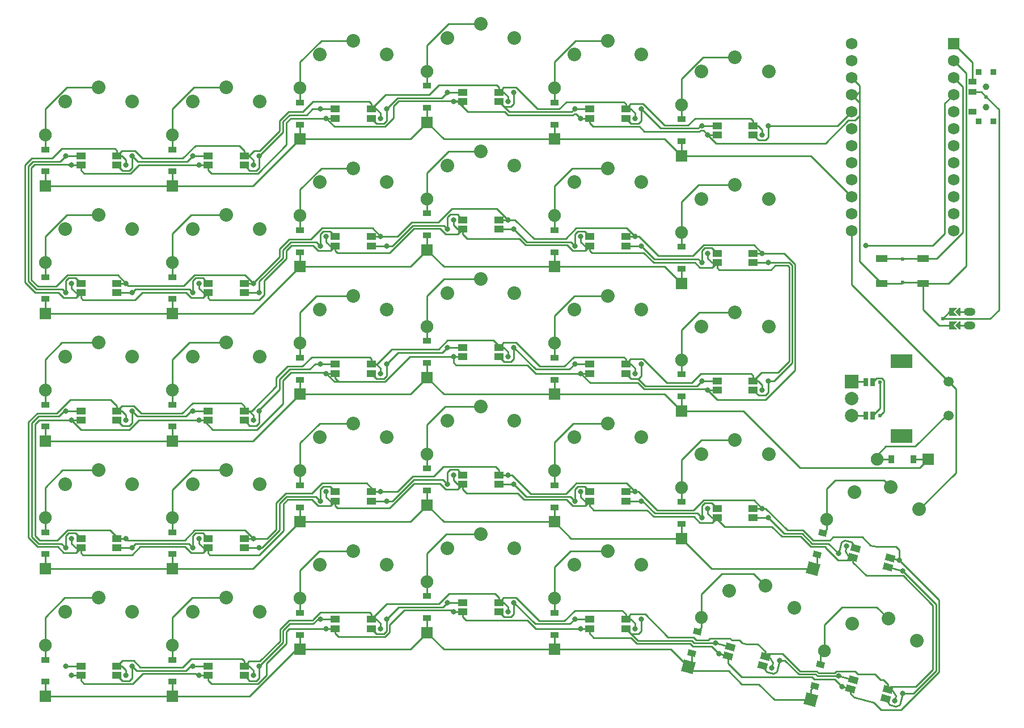
<source format=gbr>
%TF.GenerationSoftware,KiCad,Pcbnew,8.0.6*%
%TF.CreationDate,2025-03-22T19:16:27+01:00*%
%TF.ProjectId,left-finished,6c656674-2d66-4696-9e69-736865642e6b,v1.0.0*%
%TF.SameCoordinates,Original*%
%TF.FileFunction,Copper,L1,Top*%
%TF.FilePolarity,Positive*%
%FSLAX46Y46*%
G04 Gerber Fmt 4.6, Leading zero omitted, Abs format (unit mm)*
G04 Created by KiCad (PCBNEW 8.0.6) date 2025-03-22 19:16:27*
%MOMM*%
%LPD*%
G01*
G04 APERTURE LIST*
G04 Aperture macros list*
%AMRotRect*
0 Rectangle, with rotation*
0 The origin of the aperture is its center*
0 $1 length*
0 $2 width*
0 $3 Rotation angle, in degrees counterclockwise*
0 Add horizontal line*
21,1,$1,$2,0,0,$3*%
%AMFreePoly0*
4,1,6,0.600000,-1.000000,0.000000,-0.400000,-0.600000,-1.000000,-0.600000,0.250000,0.600000,0.250000,0.600000,-1.000000,0.600000,-1.000000,$1*%
%AMFreePoly1*
4,1,6,0.600000,-0.200000,0.600000,-0.400000,-0.600000,-0.400000,-0.600000,-0.200000,0.000000,0.400000,0.600000,-0.200000,0.600000,-0.200000,$1*%
G04 Aperture macros list end*
%TA.AperFunction,SMDPad,CuDef*%
%ADD10R,0.900000X0.900000*%
%TD*%
%TA.AperFunction,WasherPad*%
%ADD11C,1.000000*%
%TD*%
%TA.AperFunction,SMDPad,CuDef*%
%ADD12R,1.250000X0.900000*%
%TD*%
%TA.AperFunction,SMDPad,CuDef*%
%ADD13R,1.800000X1.100000*%
%TD*%
%TA.AperFunction,ComponentPad*%
%ADD14C,2.032000*%
%TD*%
%TA.AperFunction,ComponentPad*%
%ADD15R,1.778000X1.778000*%
%TD*%
%TA.AperFunction,SMDPad,CuDef*%
%ADD16R,1.200000X0.900000*%
%TD*%
%TA.AperFunction,ComponentPad*%
%ADD17C,1.905000*%
%TD*%
%TA.AperFunction,ComponentPad*%
%ADD18C,0.600000*%
%TD*%
%TA.AperFunction,SMDPad,CuDef*%
%ADD19FreePoly0,90.000000*%
%TD*%
%TA.AperFunction,ComponentPad*%
%ADD20O,1.750000X1.200000*%
%TD*%
%TA.AperFunction,SMDPad,CuDef*%
%ADD21FreePoly1,90.000000*%
%TD*%
%TA.AperFunction,ComponentPad*%
%ADD22R,1.752600X1.752600*%
%TD*%
%TA.AperFunction,ComponentPad*%
%ADD23C,1.752600*%
%TD*%
%TA.AperFunction,ComponentPad*%
%ADD24RotRect,1.778000X1.778000X75.000000*%
%TD*%
%TA.AperFunction,SMDPad,CuDef*%
%ADD25RotRect,0.900000X1.200000X75.000000*%
%TD*%
%TA.AperFunction,SMDPad,CuDef*%
%ADD26R,0.635000X1.143000*%
%TD*%
%TA.AperFunction,SMDPad,CuDef*%
%ADD27R,0.900000X1.200000*%
%TD*%
%TA.AperFunction,ComponentPad*%
%ADD28R,3.200000X2.000000*%
%TD*%
%TA.AperFunction,ComponentPad*%
%ADD29C,1.500000*%
%TD*%
%TA.AperFunction,ComponentPad*%
%ADD30R,2.000000X2.000000*%
%TD*%
%TA.AperFunction,ComponentPad*%
%ADD31C,2.000000*%
%TD*%
%TA.AperFunction,SMDPad,CuDef*%
%ADD32R,1.400000X1.000000*%
%TD*%
%TA.AperFunction,SMDPad,CuDef*%
%ADD33RotRect,1.400000X1.000000X345.000000*%
%TD*%
%TA.AperFunction,SMDPad,CuDef*%
%ADD34RotRect,1.400000X1.000000X165.000000*%
%TD*%
%TA.AperFunction,ViaPad*%
%ADD35C,0.800000*%
%TD*%
%TA.AperFunction,Conductor*%
%ADD36C,0.250000*%
%TD*%
G04 APERTURE END LIST*
D10*
%TO.P,T1,*%
%TO.N,*%
X233600000Y-65600000D03*
X231400000Y-65600000D03*
D11*
X232500000Y-67800000D03*
X232500000Y-70800000D03*
D10*
X233600000Y-73000000D03*
X231400000Y-73000000D03*
D12*
%TO.P,T1,1*%
%TO.N,N/C*%
X230425000Y-71550000D03*
%TO.P,T1,2*%
%TO.N,pos*%
X230425000Y-68550000D03*
%TO.P,T1,3*%
%TO.N,RAW*%
X230425000Y-67050000D03*
%TD*%
D13*
%TO.P,B1,1*%
%TO.N,GND*%
X223100000Y-97150000D03*
X216900000Y-97150000D03*
%TO.P,B1,2*%
%TO.N,RST*%
X223100000Y-93450000D03*
X216900000Y-93450000D03*
%TD*%
D14*
%TO.P,S5,1*%
%TO.N,P1*%
X95000000Y-70000000D03*
X105000000Y-70000000D03*
%TO.P,S5,2*%
%TO.N,outer_num*%
X100000000Y-67900000D03*
X100000000Y-67900000D03*
%TD*%
D15*
%TO.P,D22,1*%
%TO.N,P15*%
X168000000Y-132760000D03*
D16*
X168000000Y-130600000D03*
%TO.P,D22,2*%
%TO.N,index_bottom*%
X168000000Y-127300000D03*
D17*
X168000000Y-125140000D03*
%TD*%
D18*
%TO.P,REF\u002A\u002A,1*%
%TO.N,RST*%
X220000000Y-93500000D03*
%TD*%
D14*
%TO.P,S13,1*%
%TO.N,P3*%
X133000000Y-101100000D03*
X143000000Y-101100000D03*
%TO.P,S13,2*%
%TO.N,ring_home*%
X138000000Y-99000000D03*
X138000000Y-99000000D03*
%TD*%
%TO.P,S28,1*%
%TO.N,P6*%
X190000000Y-84550000D03*
X200000000Y-84550000D03*
%TO.P,S28,2*%
%TO.N,inner_top*%
X195000000Y-82450000D03*
X195000000Y-82450000D03*
%TD*%
D15*
%TO.P,D27,1*%
%TO.N,P14*%
X187000000Y-116210000D03*
D16*
X187000000Y-114050000D03*
%TO.P,D27,2*%
%TO.N,inner_home*%
X187000000Y-110750000D03*
D17*
X187000000Y-108590000D03*
%TD*%
D15*
%TO.P,D16,1*%
%TO.N,P18*%
X149000000Y-149310000D03*
D16*
X149000000Y-147150000D03*
%TO.P,D16,2*%
%TO.N,middle_mod*%
X149000000Y-143850000D03*
D17*
X149000000Y-141690000D03*
%TD*%
D19*
%TO.P,JST1,1*%
%TO.N,pos*%
X227184000Y-101400000D03*
%TO.P,JST1,2*%
%TO.N,GND*%
X227184000Y-103400000D03*
D20*
%TO.P,JST1,11*%
%TO.N,JST1_1*%
X230000000Y-101400000D03*
%TO.P,JST1,12*%
%TO.N,JST1_2*%
X230000000Y-103400000D03*
D21*
%TO.P,JST1,21*%
%TO.N,JST1_1*%
X228200000Y-101400000D03*
%TO.P,JST1,22*%
%TO.N,JST1_2*%
X228200000Y-103400000D03*
%TD*%
D14*
%TO.P,S9,1*%
%TO.N,P0*%
X114000000Y-89050000D03*
X124000000Y-89050000D03*
%TO.P,S9,2*%
%TO.N,pinky_top*%
X119000000Y-86950000D03*
X119000000Y-86950000D03*
%TD*%
%TO.P,S26,1*%
%TO.N,P6*%
X190000000Y-122650000D03*
X200000000Y-122650000D03*
%TO.P,S26,2*%
%TO.N,inner_bottom*%
X195000000Y-120550000D03*
X195000000Y-120550000D03*
%TD*%
D18*
%TO.P,REF\u002A\u002A,1*%
%TO.N,GND*%
X220000000Y-97000000D03*
%TD*%
D14*
%TO.P,S14,1*%
%TO.N,P3*%
X133000000Y-82050000D03*
X143000000Y-82050000D03*
%TO.P,S14,2*%
%TO.N,ring_top*%
X138000000Y-79950000D03*
X138000000Y-79950000D03*
%TD*%
D15*
%TO.P,D18,1*%
%TO.N,P14*%
X149000000Y-111210000D03*
D16*
X149000000Y-109050000D03*
%TO.P,D18,2*%
%TO.N,middle_home*%
X149000000Y-105750000D03*
D17*
X149000000Y-103590000D03*
%TD*%
D15*
%TO.P,D24,1*%
%TO.N,P8*%
X168000000Y-94660000D03*
D16*
X168000000Y-92500000D03*
%TO.P,D24,2*%
%TO.N,index_top*%
X168000000Y-89200000D03*
D17*
X168000000Y-87040000D03*
%TD*%
D18*
%TO.P,REF\u002A\u002A,1*%
%TO.N,P10*%
X216600000Y-111900000D03*
%TD*%
D15*
%TO.P,D8,1*%
%TO.N,P14*%
X111000000Y-120710000D03*
D16*
X111000000Y-118550000D03*
%TO.P,D8,2*%
%TO.N,pinky_home*%
X111000000Y-115250000D03*
D17*
X111000000Y-113090000D03*
%TD*%
D15*
%TO.P,D10,1*%
%TO.N,P7*%
X111000000Y-82610000D03*
D16*
X111000000Y-80450000D03*
%TO.P,D10,2*%
%TO.N,pinky_num*%
X111000000Y-77150000D03*
D17*
X111000000Y-74990000D03*
%TD*%
D15*
%TO.P,D13,1*%
%TO.N,P14*%
X130000000Y-113710000D03*
D16*
X130000000Y-111550000D03*
%TO.P,D13,2*%
%TO.N,ring_home*%
X130000000Y-108250000D03*
D17*
X130000000Y-106090000D03*
%TD*%
D15*
%TO.P,D1,1*%
%TO.N,P18*%
X92000000Y-158810000D03*
D16*
X92000000Y-156650000D03*
%TO.P,D1,2*%
%TO.N,outer_mod*%
X92000000Y-153350000D03*
D17*
X92000000Y-151190000D03*
%TD*%
D14*
%TO.P,S18,1*%
%TO.N,P4*%
X152000000Y-98600000D03*
X162000000Y-98600000D03*
%TO.P,S18,2*%
%TO.N,middle_home*%
X157000000Y-96500000D03*
X157000000Y-96500000D03*
%TD*%
D22*
%TO.P,MCU1,1*%
%TO.N,RAW*%
X227620000Y-61330000D03*
D23*
%TO.P,MCU1,2*%
%TO.N,GND*%
X227620000Y-63870000D03*
%TO.P,MCU1,3*%
%TO.N,RST*%
X227620000Y-66410000D03*
%TO.P,MCU1,4*%
%TO.N,VCC*%
X227620000Y-68950000D03*
%TO.P,MCU1,5*%
%TO.N,P21*%
X227620000Y-71490000D03*
%TO.P,MCU1,6*%
%TO.N,P20*%
X227620000Y-74030000D03*
%TO.P,MCU1,7*%
%TO.N,P19*%
X227620000Y-76570000D03*
%TO.P,MCU1,8*%
%TO.N,P18*%
X227620000Y-79110000D03*
%TO.P,MCU1,9*%
%TO.N,P15*%
X227620000Y-81650000D03*
%TO.P,MCU1,10*%
%TO.N,P14*%
X227620000Y-84190000D03*
%TO.P,MCU1,11*%
%TO.N,P16*%
X227620000Y-86730000D03*
%TO.P,MCU1,12*%
%TO.N,P10*%
X227620000Y-89270000D03*
%TO.P,MCU1,13*%
%TO.N,P1*%
X212380000Y-61330000D03*
%TO.P,MCU1,14*%
%TO.N,P0*%
X212380000Y-63870000D03*
%TO.P,MCU1,15*%
%TO.N,GND*%
X212380000Y-66410000D03*
%TO.P,MCU1,16*%
X212380000Y-68950000D03*
%TO.P,MCU1,17*%
%TO.N,P2*%
X212380000Y-71490000D03*
%TO.P,MCU1,18*%
%TO.N,P3*%
X212380000Y-74030000D03*
%TO.P,MCU1,19*%
%TO.N,P4*%
X212380000Y-76570000D03*
%TO.P,MCU1,20*%
%TO.N,P5*%
X212380000Y-79110000D03*
%TO.P,MCU1,21*%
%TO.N,P6*%
X212380000Y-81650000D03*
%TO.P,MCU1,22*%
%TO.N,P7*%
X212380000Y-84190000D03*
%TO.P,MCU1,23*%
%TO.N,P8*%
X212380000Y-86730000D03*
%TO.P,MCU1,24*%
%TO.N,P9*%
X212380000Y-89270000D03*
%TD*%
D14*
%TO.P,S30,1*%
%TO.N,P6*%
X194153883Y-143035387D03*
X203813142Y-145623577D03*
%TO.P,S30,2*%
%TO.N,outer_bottom_thumbs*%
X199527032Y-142301038D03*
X199527032Y-142301038D03*
%TD*%
D15*
%TO.P,D4,1*%
%TO.N,P8*%
X92000000Y-101660000D03*
D16*
X92000000Y-99500000D03*
%TO.P,D4,2*%
%TO.N,outer_top*%
X92000000Y-96200000D03*
D17*
X92000000Y-94040000D03*
%TD*%
D14*
%TO.P,S12,1*%
%TO.N,P3*%
X133000000Y-120150000D03*
X143000000Y-120150000D03*
%TO.P,S12,2*%
%TO.N,ring_bottom*%
X138000000Y-118050000D03*
X138000000Y-118050000D03*
%TD*%
D24*
%TO.P,D31,1*%
%TO.N,P18*%
X206344987Y-159356816D03*
D25*
X206904039Y-157270417D03*
%TO.P,D31,2*%
%TO.N,inner_bottom_thumbs*%
X207758139Y-154082861D03*
D17*
X208317191Y-151996462D03*
%TD*%
D18*
%TO.P,REF\u002A\u002A,1*%
%TO.N,P16*%
X216600000Y-116900000D03*
%TD*%
D14*
%TO.P,S27,1*%
%TO.N,P6*%
X190000000Y-103600000D03*
X200000000Y-103600000D03*
%TO.P,S27,2*%
%TO.N,inner_home*%
X195000000Y-101500000D03*
X195000000Y-101500000D03*
%TD*%
%TO.P,S10,1*%
%TO.N,P0*%
X114000000Y-70000000D03*
X124000000Y-70000000D03*
%TO.P,S10,2*%
%TO.N,pinky_num*%
X119000000Y-67900000D03*
X119000000Y-67900000D03*
%TD*%
D15*
%TO.P,D11,1*%
%TO.N,P18*%
X130000000Y-151810000D03*
D16*
X130000000Y-149650000D03*
%TO.P,D11,2*%
%TO.N,ring_mod*%
X130000000Y-146350000D03*
D17*
X130000000Y-144190000D03*
%TD*%
D14*
%TO.P,S17,1*%
%TO.N,P4*%
X152000000Y-117650000D03*
X162000000Y-117650000D03*
%TO.P,S17,2*%
%TO.N,middle_bottom*%
X157000000Y-115550000D03*
X157000000Y-115550000D03*
%TD*%
%TO.P,S11,1*%
%TO.N,P3*%
X133000000Y-139200000D03*
X143000000Y-139200000D03*
%TO.P,S11,2*%
%TO.N,ring_mod*%
X138000000Y-137100000D03*
X138000000Y-137100000D03*
%TD*%
D26*
%TO.P,J1,1*%
%TO.N,P16*%
X215500380Y-111900000D03*
%TO.P,J1,2*%
%TO.N,scroll-j1*%
X214499620Y-111900000D03*
%TD*%
%TO.P,J2,1*%
%TO.N,P10*%
X215500380Y-116900000D03*
%TO.P,J2,2*%
%TO.N,scroll-j2*%
X214499620Y-116900000D03*
%TD*%
D15*
%TO.P,D21,1*%
%TO.N,P18*%
X168000000Y-151810000D03*
D16*
X168000000Y-149650000D03*
%TO.P,D21,2*%
%TO.N,index_mod*%
X168000000Y-146350000D03*
D17*
X168000000Y-144190000D03*
%TD*%
D14*
%TO.P,S6,1*%
%TO.N,P0*%
X114000000Y-146200000D03*
X124000000Y-146200000D03*
%TO.P,S6,2*%
%TO.N,pinky_mod*%
X119000000Y-144100000D03*
X119000000Y-144100000D03*
%TD*%
D15*
%TO.P,D33,1*%
%TO.N,P14*%
X223810000Y-123400000D03*
D27*
X221650000Y-123400000D03*
%TO.P,D33,2*%
%TO.N,RB_ROW*%
X218350000Y-123400000D03*
D17*
X216190000Y-123400000D03*
%TD*%
D11*
%TO.P,T2,*%
%TO.N,*%
X232500000Y-67800000D03*
X232500000Y-70800000D03*
%TD*%
D14*
%TO.P,S15,1*%
%TO.N,P3*%
X133000000Y-63000000D03*
X143000000Y-63000000D03*
%TO.P,S15,2*%
%TO.N,ring_num*%
X138000000Y-60900000D03*
X138000000Y-60900000D03*
%TD*%
%TO.P,S4,1*%
%TO.N,P1*%
X95000000Y-89050000D03*
X105000000Y-89050000D03*
%TO.P,S4,2*%
%TO.N,outer_top*%
X100000000Y-86950000D03*
X100000000Y-86950000D03*
%TD*%
D15*
%TO.P,D26,1*%
%TO.N,P15*%
X187000000Y-135260000D03*
D16*
X187000000Y-133100000D03*
%TO.P,D26,2*%
%TO.N,inner_bottom*%
X187000000Y-129800000D03*
D17*
X187000000Y-127640000D03*
%TD*%
D14*
%TO.P,S25,1*%
%TO.N,P5*%
X171000000Y-63000000D03*
X181000000Y-63000000D03*
%TO.P,S25,2*%
%TO.N,index_num*%
X176000000Y-60900000D03*
X176000000Y-60900000D03*
%TD*%
D15*
%TO.P,D19,1*%
%TO.N,P8*%
X149000000Y-92160000D03*
D16*
X149000000Y-90000000D03*
%TO.P,D19,2*%
%TO.N,middle_top*%
X149000000Y-86700000D03*
D17*
X149000000Y-84540000D03*
%TD*%
D15*
%TO.P,D3,1*%
%TO.N,P14*%
X92000000Y-120710000D03*
D16*
X92000000Y-118550000D03*
%TO.P,D3,2*%
%TO.N,outer_home*%
X92000000Y-115250000D03*
D17*
X92000000Y-113090000D03*
%TD*%
D15*
%TO.P,D2,1*%
%TO.N,P15*%
X92000000Y-139760000D03*
D16*
X92000000Y-137600000D03*
%TO.P,D2,2*%
%TO.N,outer_bottom*%
X92000000Y-134300000D03*
D17*
X92000000Y-132140000D03*
%TD*%
D18*
%TO.P,REF\u002A\u002A,1*%
%TO.N,pos*%
X232500000Y-69300000D03*
%TD*%
D14*
%TO.P,S20,1*%
%TO.N,P4*%
X152000000Y-60500000D03*
X162000000Y-60500000D03*
%TO.P,S20,2*%
%TO.N,middle_num*%
X157000000Y-58400000D03*
X157000000Y-58400000D03*
%TD*%
D15*
%TO.P,D7,1*%
%TO.N,P15*%
X111000000Y-139760000D03*
D16*
X111000000Y-137600000D03*
%TO.P,D7,2*%
%TO.N,pinky_bottom*%
X111000000Y-134300000D03*
D17*
X111000000Y-132140000D03*
%TD*%
D18*
%TO.P,REF\u002A\u002A,1*%
%TO.N,pos*%
X226000000Y-102400000D03*
%TD*%
D28*
%TO.P,ROT1,*%
%TO.N,*%
X219880000Y-108760000D03*
X219880000Y-119960000D03*
D29*
%TO.P,ROT1,1*%
%TO.N,P9*%
X226880000Y-111860000D03*
%TO.P,ROT1,2*%
%TO.N,RB_ROW*%
X226880000Y-116860000D03*
D30*
%TO.P,ROT1,A*%
%TO.N,scroll-j1*%
X212380000Y-111860000D03*
D31*
%TO.P,ROT1,B*%
%TO.N,scroll-j2*%
X212380000Y-116860000D03*
%TO.P,ROT1,C*%
%TO.N,GND*%
X212380000Y-114360000D03*
%TD*%
D14*
%TO.P,S29,1*%
%TO.N,P6*%
X190000000Y-65500000D03*
X200000000Y-65500000D03*
%TO.P,S29,2*%
%TO.N,inner_num*%
X195000000Y-63400000D03*
X195000000Y-63400000D03*
%TD*%
D15*
%TO.P,D23,1*%
%TO.N,P14*%
X168000000Y-113710000D03*
D16*
X168000000Y-111550000D03*
%TO.P,D23,2*%
%TO.N,index_home*%
X168000000Y-108250000D03*
D17*
X168000000Y-106090000D03*
%TD*%
D14*
%TO.P,S31,1*%
%TO.N,P9*%
X212506474Y-147952949D03*
X222165733Y-150541139D03*
%TO.P,S31,2*%
%TO.N,inner_bottom_thumbs*%
X217879623Y-147218600D03*
X217879623Y-147218600D03*
%TD*%
%TO.P,S2,1*%
%TO.N,P1*%
X95000000Y-127150000D03*
X105000000Y-127150000D03*
%TO.P,S2,2*%
%TO.N,outer_bottom*%
X100000000Y-125050000D03*
X100000000Y-125050000D03*
%TD*%
D15*
%TO.P,D5,1*%
%TO.N,P7*%
X92000000Y-82610000D03*
D16*
X92000000Y-80450000D03*
%TO.P,D5,2*%
%TO.N,outer_num*%
X92000000Y-77150000D03*
D17*
X92000000Y-74990000D03*
%TD*%
D14*
%TO.P,S21,1*%
%TO.N,P5*%
X171000000Y-139200000D03*
X181000000Y-139200000D03*
%TO.P,S21,2*%
%TO.N,index_mod*%
X176000000Y-137100000D03*
X176000000Y-137100000D03*
%TD*%
D15*
%TO.P,D6,1*%
%TO.N,P18*%
X111000000Y-158810000D03*
D16*
X111000000Y-156650000D03*
%TO.P,D6,2*%
%TO.N,pinky_mod*%
X111000000Y-153350000D03*
D17*
X111000000Y-151190000D03*
%TD*%
D15*
%TO.P,D17,1*%
%TO.N,P15*%
X149000000Y-130260000D03*
D16*
X149000000Y-128100000D03*
%TO.P,D17,2*%
%TO.N,middle_bottom*%
X149000000Y-124800000D03*
D17*
X149000000Y-122640000D03*
%TD*%
D14*
%TO.P,S23,1*%
%TO.N,P5*%
X171000000Y-101100000D03*
X181000000Y-101100000D03*
%TO.P,S23,2*%
%TO.N,index_home*%
X176000000Y-99000000D03*
X176000000Y-99000000D03*
%TD*%
D15*
%TO.P,D20,1*%
%TO.N,P7*%
X149000000Y-73110000D03*
D16*
X149000000Y-70950000D03*
%TO.P,D20,2*%
%TO.N,middle_num*%
X149000000Y-67650000D03*
D17*
X149000000Y-65490000D03*
%TD*%
D14*
%TO.P,S1,1*%
%TO.N,P1*%
X95000000Y-146200000D03*
X105000000Y-146200000D03*
%TO.P,S1,2*%
%TO.N,outer_mod*%
X100000000Y-144100000D03*
X100000000Y-144100000D03*
%TD*%
%TO.P,S32,1*%
%TO.N,P9*%
X212848829Y-128322671D03*
X222508088Y-130910861D03*
%TO.P,S32,2*%
%TO.N,inner_top_thumbs*%
X218221978Y-127588322D03*
X218221978Y-127588322D03*
%TD*%
%TO.P,S22,1*%
%TO.N,P5*%
X171000000Y-120150000D03*
X181000000Y-120150000D03*
%TO.P,S22,2*%
%TO.N,index_bottom*%
X176000000Y-118050000D03*
X176000000Y-118050000D03*
%TD*%
%TO.P,S16,1*%
%TO.N,P4*%
X152000000Y-136700000D03*
X162000000Y-136700000D03*
%TO.P,S16,2*%
%TO.N,middle_mod*%
X157000000Y-134600000D03*
X157000000Y-134600000D03*
%TD*%
%TO.P,S3,1*%
%TO.N,P1*%
X95000000Y-108100000D03*
X105000000Y-108100000D03*
%TO.P,S3,2*%
%TO.N,outer_home*%
X100000000Y-106000000D03*
X100000000Y-106000000D03*
%TD*%
%TO.P,S24,1*%
%TO.N,P5*%
X171000000Y-82050000D03*
X181000000Y-82050000D03*
%TO.P,S24,2*%
%TO.N,index_top*%
X176000000Y-79950000D03*
X176000000Y-79950000D03*
%TD*%
%TO.P,S19,1*%
%TO.N,P4*%
X152000000Y-79550000D03*
X162000000Y-79550000D03*
%TO.P,S19,2*%
%TO.N,middle_top*%
X157000000Y-77450000D03*
X157000000Y-77450000D03*
%TD*%
D15*
%TO.P,D15,1*%
%TO.N,P7*%
X130000000Y-75610000D03*
D16*
X130000000Y-73450000D03*
%TO.P,D15,2*%
%TO.N,ring_num*%
X130000000Y-70150000D03*
D17*
X130000000Y-67990000D03*
%TD*%
D15*
%TO.P,D28,1*%
%TO.N,P8*%
X187000000Y-97160000D03*
D16*
X187000000Y-95000000D03*
%TO.P,D28,2*%
%TO.N,inner_top*%
X187000000Y-91700000D03*
D17*
X187000000Y-89540000D03*
%TD*%
D15*
%TO.P,D25,1*%
%TO.N,P7*%
X168000000Y-75610000D03*
D16*
X168000000Y-73450000D03*
%TO.P,D25,2*%
%TO.N,index_num*%
X168000000Y-70150000D03*
D17*
X168000000Y-67990000D03*
%TD*%
D15*
%TO.P,D29,1*%
%TO.N,P7*%
X187000000Y-78110000D03*
D16*
X187000000Y-75950000D03*
%TO.P,D29,2*%
%TO.N,inner_num*%
X187000000Y-72650000D03*
D17*
X187000000Y-70490000D03*
%TD*%
D24*
%TO.P,D30,1*%
%TO.N,P18*%
X187992396Y-154439254D03*
D25*
X188551448Y-152352855D03*
%TO.P,D30,2*%
%TO.N,outer_bottom_thumbs*%
X189405548Y-149165299D03*
D17*
X189964600Y-147078900D03*
%TD*%
D14*
%TO.P,S7,1*%
%TO.N,P0*%
X114000000Y-127150000D03*
X124000000Y-127150000D03*
%TO.P,S7,2*%
%TO.N,pinky_bottom*%
X119000000Y-125050000D03*
X119000000Y-125050000D03*
%TD*%
D15*
%TO.P,D14,1*%
%TO.N,P8*%
X130000000Y-94660000D03*
D16*
X130000000Y-92500000D03*
%TO.P,D14,2*%
%TO.N,ring_top*%
X130000000Y-89200000D03*
D17*
X130000000Y-87040000D03*
%TD*%
D15*
%TO.P,D12,1*%
%TO.N,P15*%
X130000000Y-132760000D03*
D16*
X130000000Y-130600000D03*
%TO.P,D12,2*%
%TO.N,ring_bottom*%
X130000000Y-127300000D03*
D17*
X130000000Y-125140000D03*
%TD*%
D24*
%TO.P,D32,1*%
%TO.N,P15*%
X206687342Y-139726538D03*
D25*
X207246394Y-137640139D03*
%TO.P,D32,2*%
%TO.N,inner_top_thumbs*%
X208100494Y-134452583D03*
D17*
X208659546Y-132366184D03*
%TD*%
D15*
%TO.P,D9,1*%
%TO.N,P8*%
X111000000Y-101660000D03*
D16*
X111000000Y-99500000D03*
%TO.P,D9,2*%
%TO.N,pinky_top*%
X111000000Y-96200000D03*
D17*
X111000000Y-94040000D03*
%TD*%
D14*
%TO.P,S8,1*%
%TO.N,P0*%
X114000000Y-108100000D03*
X124000000Y-108100000D03*
%TO.P,S8,2*%
%TO.N,pinky_home*%
X119000000Y-106000000D03*
X119000000Y-106000000D03*
%TD*%
D32*
%TO.P,LED9,1*%
%TO.N,VCC*%
X140700000Y-71100000D03*
%TO.P,LED9,2*%
%TO.N,led_3*%
X140700000Y-72500000D03*
%TO.P,LED9,3*%
%TO.N,GND*%
X135300000Y-72500000D03*
%TO.P,LED9,4*%
%TO.N,led_4*%
X135300000Y-71100000D03*
%TD*%
%TO.P,LED11,1*%
%TO.N,VCC*%
X159700000Y-106700000D03*
%TO.P,LED11,2*%
%TO.N,led_14*%
X159700000Y-108100000D03*
%TO.P,LED11,3*%
%TO.N,GND*%
X154300000Y-108100000D03*
%TO.P,LED11,4*%
%TO.N,led_15*%
X154300000Y-106700000D03*
%TD*%
%TO.P,LED5,1*%
%TO.N,VCC*%
X121700000Y-116200000D03*
%TO.P,LED5,2*%
%TO.N,led_16*%
X121700000Y-117600000D03*
%TO.P,LED5,3*%
%TO.N,GND*%
X116300000Y-117600000D03*
%TO.P,LED5,4*%
%TO.N,led_17*%
X116300000Y-116200000D03*
%TD*%
%TO.P,LED26,1*%
%TO.N,VCC*%
X154300000Y-127150000D03*
%TO.P,LED26,2*%
%TO.N,led_21*%
X154300000Y-125750000D03*
%TO.P,LED26,3*%
%TO.N,GND*%
X159700000Y-125750000D03*
%TO.P,LED26,4*%
%TO.N,led_22*%
X159700000Y-127150000D03*
%TD*%
%TO.P,LED22,1*%
%TO.N,VCC*%
X116300000Y-136650000D03*
%TO.P,LED22,2*%
%TO.N,led_19*%
X116300000Y-135250000D03*
%TO.P,LED22,3*%
%TO.N,GND*%
X121700000Y-135250000D03*
%TO.P,LED22,4*%
%TO.N,led_20*%
X121700000Y-136650000D03*
%TD*%
%TO.P,LED1,1*%
%TO.N,VCC*%
X102700000Y-154300000D03*
%TO.P,LED1,2*%
%TO.N,led_31*%
X102700000Y-155700000D03*
%TO.P,LED1,3*%
%TO.N,GND*%
X97300000Y-155700000D03*
%TO.P,LED1,4*%
%TO.N,led_32*%
X97300000Y-154300000D03*
%TD*%
%TO.P,LED20,1*%
%TO.N,VCC*%
X97300000Y-136650000D03*
%TO.P,LED20,2*%
%TO.N,led_18*%
X97300000Y-135250000D03*
%TO.P,LED20,3*%
%TO.N,GND*%
X102700000Y-135250000D03*
%TO.P,LED20,4*%
%TO.N,led_19*%
X102700000Y-136650000D03*
%TD*%
%TO.P,LED14,1*%
%TO.N,VCC*%
X178700000Y-109200000D03*
%TO.P,LED14,2*%
%TO.N,led_13*%
X178700000Y-110600000D03*
%TO.P,LED14,3*%
%TO.N,GND*%
X173300000Y-110600000D03*
%TO.P,LED14,4*%
%TO.N,led_14*%
X173300000Y-109200000D03*
%TD*%
%TO.P,LED17,1*%
%TO.N,VCC*%
X197700000Y-73600000D03*
%TO.P,LED17,2*%
%TO.N,P2*%
X197700000Y-75000000D03*
%TO.P,LED17,3*%
%TO.N,GND*%
X192300000Y-75000000D03*
%TO.P,LED17,4*%
%TO.N,led_1*%
X192300000Y-73600000D03*
%TD*%
%TO.P,LED25,1*%
%TO.N,VCC*%
X135300000Y-91550000D03*
%TO.P,LED25,2*%
%TO.N,led_8*%
X135300000Y-90150000D03*
%TO.P,LED25,3*%
%TO.N,GND*%
X140700000Y-90150000D03*
%TO.P,LED25,4*%
%TO.N,led_9*%
X140700000Y-91550000D03*
%TD*%
%TO.P,LED2,1*%
%TO.N,VCC*%
X102700000Y-116200000D03*
%TO.P,LED2,2*%
%TO.N,led_17*%
X102700000Y-117600000D03*
%TO.P,LED2,3*%
%TO.N,GND*%
X97300000Y-117600000D03*
%TO.P,LED2,4*%
%TO.N,led_18*%
X97300000Y-116200000D03*
%TD*%
%TO.P,LED16,1*%
%TO.N,VCC*%
X197700000Y-111700000D03*
%TO.P,LED16,2*%
%TO.N,led_12*%
X197700000Y-113100000D03*
%TO.P,LED16,3*%
%TO.N,GND*%
X192300000Y-113100000D03*
%TO.P,LED16,4*%
%TO.N,led_13*%
X192300000Y-111700000D03*
%TD*%
%TO.P,LED6,1*%
%TO.N,VCC*%
X121700000Y-78100000D03*
%TO.P,LED6,2*%
%TO.N,led_4*%
X121700000Y-79500000D03*
%TO.P,LED6,3*%
%TO.N,GND*%
X116300000Y-79500000D03*
%TO.P,LED6,4*%
%TO.N,led_5*%
X116300000Y-78100000D03*
%TD*%
D33*
%TO.P,LED18,1*%
%TO.N,VCC*%
X199495078Y-152852292D03*
%TO.P,LED18,2*%
%TO.N,led_26*%
X199132731Y-154204589D03*
%TO.P,LED18,3*%
%TO.N,GND*%
X193916732Y-152806966D03*
%TO.P,LED18,4*%
%TO.N,led_27*%
X194279079Y-151454669D03*
%TD*%
D32*
%TO.P,LED30,1*%
%TO.N,VCC*%
X192300000Y-132150000D03*
%TO.P,LED30,2*%
%TO.N,led_23*%
X192300000Y-130750000D03*
%TO.P,LED30,3*%
%TO.N,GND*%
X197700000Y-130750000D03*
%TO.P,LED30,4*%
%TO.N,led_24*%
X197700000Y-132150000D03*
%TD*%
%TO.P,LED12,1*%
%TO.N,VCC*%
X159700000Y-68600000D03*
%TO.P,LED12,2*%
%TO.N,led_2*%
X159700000Y-70000000D03*
%TO.P,LED12,3*%
%TO.N,GND*%
X154300000Y-70000000D03*
%TO.P,LED12,4*%
%TO.N,led_3*%
X154300000Y-68600000D03*
%TD*%
%TO.P,LED29,1*%
%TO.N,VCC*%
X173300000Y-91550000D03*
%TO.P,LED29,2*%
%TO.N,led_10*%
X173300000Y-90150000D03*
%TO.P,LED29,3*%
%TO.N,GND*%
X178700000Y-90150000D03*
%TO.P,LED29,4*%
%TO.N,led_11*%
X178700000Y-91550000D03*
%TD*%
D33*
%TO.P,LED19,1*%
%TO.N,VCC*%
X217847669Y-157769854D03*
%TO.P,LED19,2*%
%TO.N,led_25*%
X217485322Y-159122151D03*
%TO.P,LED19,3*%
%TO.N,GND*%
X212269323Y-157724528D03*
%TO.P,LED19,4*%
%TO.N,led_26*%
X212631670Y-156372231D03*
%TD*%
D32*
%TO.P,LED15,1*%
%TO.N,VCC*%
X178700000Y-71100000D03*
%TO.P,LED15,2*%
%TO.N,led_1*%
X178700000Y-72500000D03*
%TO.P,LED15,3*%
%TO.N,GND*%
X173300000Y-72500000D03*
%TO.P,LED15,4*%
%TO.N,led_2*%
X173300000Y-71100000D03*
%TD*%
%TO.P,LED24,1*%
%TO.N,VCC*%
X135300000Y-129650000D03*
%TO.P,LED24,2*%
%TO.N,led_20*%
X135300000Y-128250000D03*
%TO.P,LED24,3*%
%TO.N,GND*%
X140700000Y-128250000D03*
%TO.P,LED24,4*%
%TO.N,led_21*%
X140700000Y-129650000D03*
%TD*%
D34*
%TO.P,LED32,1*%
%TO.N,VCC*%
X212611678Y-138094251D03*
%TO.P,LED32,2*%
%TO.N,led_24*%
X212974025Y-136741954D03*
%TO.P,LED32,3*%
%TO.N,GND*%
X218190024Y-138139577D03*
%TO.P,LED32,4*%
%TO.N,led_25*%
X217827677Y-139491874D03*
%TD*%
D32*
%TO.P,LED23,1*%
%TO.N,VCC*%
X116300000Y-98550000D03*
%TO.P,LED23,2*%
%TO.N,led_7*%
X116300000Y-97150000D03*
%TO.P,LED23,3*%
%TO.N,GND*%
X121700000Y-97150000D03*
%TO.P,LED23,4*%
%TO.N,led_8*%
X121700000Y-98550000D03*
%TD*%
%TO.P,LED4,1*%
%TO.N,VCC*%
X121700000Y-154300000D03*
%TO.P,LED4,2*%
%TO.N,led_30*%
X121700000Y-155700000D03*
%TO.P,LED4,3*%
%TO.N,GND*%
X116300000Y-155700000D03*
%TO.P,LED4,4*%
%TO.N,led_31*%
X116300000Y-154300000D03*
%TD*%
%TO.P,LED10,1*%
%TO.N,VCC*%
X159700000Y-144800000D03*
%TO.P,LED10,2*%
%TO.N,led_28*%
X159700000Y-146200000D03*
%TO.P,LED10,3*%
%TO.N,GND*%
X154300000Y-146200000D03*
%TO.P,LED10,4*%
%TO.N,led_29*%
X154300000Y-144800000D03*
%TD*%
%TO.P,LED8,1*%
%TO.N,VCC*%
X140700000Y-109200000D03*
%TO.P,LED8,2*%
%TO.N,led_15*%
X140700000Y-110600000D03*
%TO.P,LED8,3*%
%TO.N,GND*%
X135300000Y-110600000D03*
%TO.P,LED8,4*%
%TO.N,led_16*%
X135300000Y-109200000D03*
%TD*%
%TO.P,LED3,1*%
%TO.N,VCC*%
X102700000Y-78100000D03*
%TO.P,LED3,2*%
%TO.N,led_5*%
X102700000Y-79500000D03*
%TO.P,LED3,3*%
%TO.N,GND*%
X97300000Y-79500000D03*
%TO.P,LED3,4*%
%TO.N,led_6*%
X97300000Y-78100000D03*
%TD*%
%TO.P,LED27,1*%
%TO.N,VCC*%
X154300000Y-89050000D03*
%TO.P,LED27,2*%
%TO.N,led_9*%
X154300000Y-87650000D03*
%TO.P,LED27,3*%
%TO.N,GND*%
X159700000Y-87650000D03*
%TO.P,LED27,4*%
%TO.N,led_10*%
X159700000Y-89050000D03*
%TD*%
%TO.P,LED21,1*%
%TO.N,VCC*%
X97300000Y-98550000D03*
%TO.P,LED21,2*%
%TO.N,led_6*%
X97300000Y-97150000D03*
%TO.P,LED21,3*%
%TO.N,GND*%
X102700000Y-97150000D03*
%TO.P,LED21,4*%
%TO.N,led_7*%
X102700000Y-98550000D03*
%TD*%
%TO.P,LED13,1*%
%TO.N,VCC*%
X178700000Y-147300000D03*
%TO.P,LED13,2*%
%TO.N,led_27*%
X178700000Y-148700000D03*
%TO.P,LED13,3*%
%TO.N,GND*%
X173300000Y-148700000D03*
%TO.P,LED13,4*%
%TO.N,led_28*%
X173300000Y-147300000D03*
%TD*%
%TO.P,LED28,1*%
%TO.N,VCC*%
X173300000Y-129650000D03*
%TO.P,LED28,2*%
%TO.N,led_22*%
X173300000Y-128250000D03*
%TO.P,LED28,3*%
%TO.N,GND*%
X178700000Y-128250000D03*
%TO.P,LED28,4*%
%TO.N,led_23*%
X178700000Y-129650000D03*
%TD*%
%TO.P,LED31,1*%
%TO.N,VCC*%
X192300000Y-94050000D03*
%TO.P,LED31,2*%
%TO.N,led_11*%
X192300000Y-92650000D03*
%TO.P,LED31,3*%
%TO.N,GND*%
X197700000Y-92650000D03*
%TO.P,LED31,4*%
%TO.N,led_12*%
X197700000Y-94050000D03*
%TD*%
%TO.P,LED7,1*%
%TO.N,VCC*%
X140700000Y-147300000D03*
%TO.P,LED7,2*%
%TO.N,led_29*%
X140700000Y-148700000D03*
%TO.P,LED7,3*%
%TO.N,GND*%
X135300000Y-148700000D03*
%TO.P,LED7,4*%
%TO.N,led_30*%
X135300000Y-147300000D03*
%TD*%
D35*
%TO.N,VCC*%
X161060000Y-70000000D03*
X114940000Y-135250000D03*
X133940000Y-128250000D03*
X104060000Y-79500000D03*
X104060000Y-155700000D03*
X180060000Y-148700000D03*
X123060000Y-155700000D03*
X123060000Y-79500000D03*
X114940000Y-97150000D03*
X142060000Y-110600000D03*
X190940000Y-92650000D03*
X123060000Y-117600000D03*
X104060000Y-117600000D03*
X214500000Y-91500000D03*
X161060000Y-108100000D03*
X211660365Y-136389960D03*
X199060000Y-113100000D03*
X200446390Y-154556583D03*
X190940000Y-130750000D03*
X142060000Y-72500000D03*
X152940000Y-87650000D03*
X199060000Y-75000000D03*
X95940000Y-135250000D03*
X180060000Y-110600000D03*
X133940000Y-90150000D03*
X152940000Y-125750000D03*
X218798981Y-159474144D03*
X171940000Y-128250000D03*
X95940000Y-97150000D03*
X161060000Y-146200000D03*
X180060000Y-72500000D03*
X171940000Y-90150000D03*
X142060000Y-148700000D03*
%TO.N,led_31*%
X104950000Y-154300000D03*
X114050000Y-154300000D03*
%TO.N,GND*%
X199060000Y-130750000D03*
X180060000Y-90150000D03*
X210955663Y-157372534D03*
X219503683Y-138491571D03*
X171940000Y-72500000D03*
X190940000Y-113100000D03*
X95940000Y-117600000D03*
X123060000Y-135250000D03*
X133940000Y-148700000D03*
X104060000Y-97150000D03*
X95940000Y-79500000D03*
X114940000Y-79500000D03*
X161060000Y-87650000D03*
X133940000Y-110600000D03*
X171940000Y-110600000D03*
X95940000Y-155700000D03*
X192603073Y-152454972D03*
X161060000Y-125750000D03*
X142060000Y-128250000D03*
X199060000Y-92650000D03*
X142060000Y-90150000D03*
X123060000Y-97150000D03*
X152940000Y-70000000D03*
X152940000Y-108100000D03*
X190940000Y-75000000D03*
X104060000Y-135250000D03*
X152940000Y-146200000D03*
X171940000Y-148700000D03*
X114940000Y-117600000D03*
X180060000Y-128250000D03*
X114940000Y-155700000D03*
X133940000Y-72500000D03*
%TO.N,led_32*%
X95050000Y-154300000D03*
%TO.N,led_17*%
X104950000Y-116200000D03*
X114050000Y-116200000D03*
%TO.N,led_18*%
X95050000Y-136650000D03*
X95050000Y-116200000D03*
%TO.N,led_5*%
X114050000Y-78100000D03*
X104950000Y-78100000D03*
%TO.N,led_6*%
X95050000Y-98550000D03*
X95050000Y-78100000D03*
%TO.N,led_30*%
X123950000Y-154300000D03*
X133050000Y-147300000D03*
%TO.N,led_16*%
X123950000Y-116200000D03*
X133050000Y-109200000D03*
%TO.N,led_4*%
X123950000Y-78100000D03*
X133050000Y-71100000D03*
%TO.N,led_29*%
X142950000Y-147300000D03*
X152050000Y-144800000D03*
%TO.N,led_15*%
X152050000Y-106700000D03*
X142950000Y-109200000D03*
%TO.N,led_3*%
X152050000Y-68600000D03*
X142950000Y-71100000D03*
%TO.N,led_28*%
X161950000Y-144800000D03*
X171050000Y-147300000D03*
%TO.N,led_14*%
X161950000Y-106700000D03*
X171050000Y-109200000D03*
%TO.N,led_2*%
X171050000Y-71100000D03*
X161950000Y-68600000D03*
%TO.N,led_27*%
X192105745Y-150872327D03*
X180950000Y-147300000D03*
%TO.N,led_13*%
X190050000Y-111700000D03*
X180950000Y-109200000D03*
%TO.N,led_1*%
X190050000Y-73600000D03*
X180950000Y-71100000D03*
%TO.N,led_12*%
X199950000Y-111700000D03*
X199950000Y-94050000D03*
%TO.N,P2*%
X199950000Y-73600000D03*
%TO.N,led_26*%
X210458336Y-155789889D03*
X201668411Y-153434635D03*
%TO.N,led_25*%
X220001010Y-140074216D03*
X220021002Y-158352197D03*
%TO.N,led_19*%
X104950000Y-136650000D03*
X114050000Y-136650000D03*
%TO.N,led_7*%
X114050000Y-98550000D03*
X104950000Y-98550000D03*
%TO.N,led_20*%
X123950000Y-136650000D03*
X133050000Y-129650000D03*
%TO.N,led_8*%
X133050000Y-91550000D03*
X123950000Y-98550000D03*
%TO.N,led_21*%
X142950000Y-129650000D03*
X152050000Y-127150000D03*
%TO.N,led_9*%
X142950000Y-91550000D03*
X152050000Y-89050000D03*
%TO.N,led_22*%
X171050000Y-129650000D03*
X161950000Y-127150000D03*
%TO.N,led_10*%
X171050000Y-91550000D03*
X161950000Y-89050000D03*
%TO.N,led_23*%
X190050000Y-132150000D03*
X180950000Y-129650000D03*
%TO.N,led_11*%
X180950000Y-91550000D03*
X190050000Y-94050000D03*
%TO.N,led_24*%
X210438344Y-137511907D03*
X199950000Y-132150000D03*
%TD*%
D36*
%TO.N,outer_mod*%
X94900000Y-144100000D02*
X100000000Y-144100000D01*
X92000000Y-151190000D02*
X92000000Y-147000000D01*
X92000000Y-153350000D02*
X92000000Y-151190000D01*
X92000000Y-147000000D02*
X94900000Y-144100000D01*
%TO.N,outer_bottom*%
X92000000Y-132140000D02*
X92000000Y-127626770D01*
X94576770Y-125050000D02*
X100000000Y-125050000D01*
X92000000Y-127626770D02*
X94576770Y-125050000D01*
X92000000Y-132140000D02*
X92000000Y-134300000D01*
%TO.N,outer_home*%
X92000000Y-113090000D02*
X92000000Y-115250000D01*
X94500000Y-106000000D02*
X100000000Y-106000000D01*
X92000000Y-108500000D02*
X94500000Y-106000000D01*
X92000000Y-113090000D02*
X92000000Y-108500000D01*
%TO.N,outer_top*%
X92000000Y-90153539D02*
X95203539Y-86950000D01*
X92000000Y-94040000D02*
X92000000Y-96200000D01*
X92000000Y-94040000D02*
X92000000Y-90153539D01*
X95203539Y-86950000D02*
X100000000Y-86950000D01*
%TO.N,outer_num*%
X92000000Y-74990000D02*
X92000000Y-71103539D01*
X95203539Y-67900000D02*
X100000000Y-67900000D01*
X92000000Y-71103539D02*
X95203539Y-67900000D01*
X92000000Y-74990000D02*
X92000000Y-77150000D01*
%TO.N,pinky_mod*%
X111000000Y-151190000D02*
X111000000Y-147000000D01*
X111000000Y-147000000D02*
X113900000Y-144100000D01*
X111000000Y-151190000D02*
X111000000Y-153350000D01*
X113900000Y-144100000D02*
X119000000Y-144100000D01*
%TO.N,pinky_bottom*%
X111000000Y-132140000D02*
X111000000Y-128000000D01*
X111000000Y-132140000D02*
X111000000Y-134300000D01*
X111000000Y-128000000D02*
X113950000Y-125050000D01*
X113950000Y-125050000D02*
X119000000Y-125050000D01*
%TO.N,pinky_home*%
X111000000Y-113090000D02*
X111000000Y-108500000D01*
X111000000Y-108500000D02*
X113500000Y-106000000D01*
X111000000Y-113090000D02*
X111000000Y-115250000D01*
X113500000Y-106000000D02*
X119000000Y-106000000D01*
%TO.N,pinky_top*%
X111000000Y-94040000D02*
X111000000Y-89750000D01*
X111000000Y-94040000D02*
X111000000Y-96200000D01*
X111000000Y-89750000D02*
X113800000Y-86950000D01*
X113800000Y-86950000D02*
X119000000Y-86950000D01*
%TO.N,pinky_num*%
X111000000Y-71103539D02*
X114203539Y-67900000D01*
X111000000Y-74990000D02*
X111000000Y-77150000D01*
X114203539Y-67900000D02*
X119000000Y-67900000D01*
X111000000Y-74990000D02*
X111000000Y-71103539D01*
%TO.N,ring_mod*%
X130000000Y-140000000D02*
X132900000Y-137100000D01*
X130000000Y-146350000D02*
X130000000Y-144190000D01*
X130000000Y-144190000D02*
X130000000Y-140000000D01*
X132900000Y-137100000D02*
X138000000Y-137100000D01*
%TO.N,ring_bottom*%
X130000000Y-121000000D02*
X132950000Y-118050000D01*
X132950000Y-118050000D02*
X138000000Y-118050000D01*
X130000000Y-125140000D02*
X130000000Y-121000000D01*
X130000000Y-125140000D02*
X130000000Y-127300000D01*
%TO.N,ring_home*%
X132500000Y-99000000D02*
X138000000Y-99000000D01*
X130000000Y-108250000D02*
X130000000Y-106090000D01*
X130000000Y-101500000D02*
X132500000Y-99000000D01*
X130000000Y-106090000D02*
X130000000Y-101500000D01*
%TO.N,ring_top*%
X130000000Y-89200000D02*
X130000000Y-87040000D01*
X133203539Y-79950000D02*
X138000000Y-79950000D01*
X130000000Y-87040000D02*
X130000000Y-83153539D01*
X130000000Y-83153539D02*
X133203539Y-79950000D01*
%TO.N,ring_num*%
X130000000Y-70150000D02*
X130000000Y-67990000D01*
X130000000Y-64103539D02*
X133203539Y-60900000D01*
X133203539Y-60900000D02*
X138000000Y-60900000D01*
X130000000Y-67990000D02*
X130000000Y-64103539D01*
%TO.N,middle_mod*%
X149000000Y-141690000D02*
X149000000Y-137500000D01*
X149000000Y-137500000D02*
X151900000Y-134600000D01*
X149000000Y-141690000D02*
X149000000Y-143850000D01*
X151900000Y-134600000D02*
X157000000Y-134600000D01*
%TO.N,middle_bottom*%
X151700000Y-115550000D02*
X157000000Y-115550000D01*
X149000000Y-118250000D02*
X151700000Y-115550000D01*
X149000000Y-122640000D02*
X149000000Y-124800000D01*
X149000000Y-122640000D02*
X149000000Y-118250000D01*
%TO.N,middle_home*%
X151500000Y-96500000D02*
X157000000Y-96500000D01*
X149000000Y-103590000D02*
X149000000Y-99000000D01*
X149000000Y-105750000D02*
X149000000Y-103590000D01*
X149000000Y-99000000D02*
X151500000Y-96500000D01*
%TO.N,middle_top*%
X149000000Y-84540000D02*
X149000000Y-80653539D01*
X149000000Y-84540000D02*
X149000000Y-86700000D01*
X152203539Y-77450000D02*
X157000000Y-77450000D01*
X149000000Y-80653539D02*
X152203539Y-77450000D01*
%TO.N,middle_num*%
X149000000Y-65490000D02*
X149000000Y-61603539D01*
X149000000Y-61603539D02*
X152203539Y-58400000D01*
X152203539Y-58400000D02*
X157000000Y-58400000D01*
X149000000Y-65490000D02*
X149000000Y-67650000D01*
%TO.N,index_mod*%
X168000000Y-144190000D02*
X168000000Y-146350000D01*
X168000000Y-144190000D02*
X168000000Y-139500000D01*
X170400000Y-137100000D02*
X176000000Y-137100000D01*
X168000000Y-139500000D02*
X170400000Y-137100000D01*
%TO.N,index_bottom*%
X170826769Y-118050000D02*
X176000000Y-118050000D01*
X168000000Y-127300000D02*
X168000000Y-125140000D01*
X168000000Y-125140000D02*
X168000000Y-120876769D01*
X168000000Y-120876769D02*
X170826769Y-118050000D01*
%TO.N,index_home*%
X168000000Y-106090000D02*
X168000000Y-102000000D01*
X171000000Y-99000000D02*
X176000000Y-99000000D01*
X168000000Y-102000000D02*
X171000000Y-99000000D01*
X168000000Y-108250000D02*
X168000000Y-106090000D01*
%TO.N,index_top*%
X168000000Y-87040000D02*
X168000000Y-89200000D01*
X170626770Y-79950000D02*
X176000000Y-79950000D01*
X168000000Y-82576770D02*
X170626770Y-79950000D01*
X168000000Y-87040000D02*
X168000000Y-82576770D01*
%TO.N,index_num*%
X168000000Y-70150000D02*
X168000000Y-67990000D01*
X168000000Y-64103539D02*
X171203539Y-60900000D01*
X171203539Y-60900000D02*
X176000000Y-60900000D01*
X168000000Y-67990000D02*
X168000000Y-64103539D01*
%TO.N,inner_bottom*%
X187000000Y-123500000D02*
X189950000Y-120550000D01*
X187000000Y-127640000D02*
X187000000Y-129800000D01*
X187000000Y-127640000D02*
X187000000Y-123500000D01*
X189950000Y-120550000D02*
X195000000Y-120550000D01*
%TO.N,inner_home*%
X187000000Y-108590000D02*
X187000000Y-104101770D01*
X187000000Y-104101770D02*
X189601770Y-101500000D01*
X189601770Y-101500000D02*
X195000000Y-101500000D01*
X187000000Y-110750000D02*
X187000000Y-108590000D01*
%TO.N,inner_top*%
X187000000Y-89540000D02*
X187000000Y-85000000D01*
X187000000Y-85000000D02*
X189550000Y-82450000D01*
X189550000Y-82450000D02*
X195000000Y-82450000D01*
X187000000Y-89540000D02*
X187000000Y-91700000D01*
%TO.N,inner_num*%
X187000000Y-72650000D02*
X187000000Y-70490000D01*
X187000000Y-70490000D02*
X187000000Y-66603539D01*
X190203539Y-63400000D02*
X195000000Y-63400000D01*
X187000000Y-66603539D02*
X190203539Y-63400000D01*
%TO.N,outer_bottom_thumbs*%
X189964599Y-147078900D02*
X189964599Y-148606249D01*
X189964599Y-147078900D02*
X189964599Y-143535401D01*
X189964599Y-148606249D02*
X189405549Y-149165299D01*
X193000000Y-140500000D02*
X197725994Y-140500000D01*
X197725994Y-140500000D02*
X199527032Y-142301038D01*
X189964599Y-143535401D02*
X193000000Y-140500000D01*
%TO.N,P9*%
X226880000Y-111860000D02*
X212380000Y-97360000D01*
X226880000Y-111860000D02*
X227955000Y-112935000D01*
X227955000Y-112935000D02*
X227955000Y-125463949D01*
X212380000Y-97360000D02*
X212380000Y-89270000D01*
X227955000Y-125463949D02*
X222508088Y-130910861D01*
%TO.N,inner_bottom_thumbs*%
X207758140Y-152555512D02*
X208317190Y-151996462D01*
X208317190Y-151996462D02*
X208317190Y-148182810D01*
X216161023Y-145500000D02*
X217879623Y-147218600D01*
X211000000Y-145500000D02*
X216161023Y-145500000D01*
X207758140Y-154082861D02*
X207758140Y-152555512D01*
X208317190Y-148182810D02*
X211000000Y-145500000D01*
%TO.N,inner_top_thumbs*%
X208659545Y-132366184D02*
X208659545Y-127840455D01*
X209927677Y-126572323D02*
X217205979Y-126572323D01*
X208659545Y-132366184D02*
X208659545Y-133893533D01*
X217205979Y-126572323D02*
X218221978Y-127588322D01*
X208659545Y-127840455D02*
X209927677Y-126572323D01*
X208659545Y-133893533D02*
X208100495Y-134452583D01*
%TO.N,P18*%
X168000000Y-151810000D02*
X151500000Y-151810000D01*
X130000000Y-151810000D02*
X146500000Y-151810000D01*
X188551447Y-152352855D02*
X188551447Y-153880204D01*
X206344988Y-157829467D02*
X206904038Y-157270417D01*
X188551447Y-153880204D02*
X187992397Y-154439254D01*
X188553143Y-155000000D02*
X187992397Y-154439254D01*
X206344988Y-159356816D02*
X200856816Y-159356816D01*
X129476792Y-151810000D02*
X130000000Y-151810000D01*
X194000000Y-155000000D02*
X188553143Y-155000000D01*
X168000000Y-149650000D02*
X168000000Y-151810000D01*
X130000000Y-151810000D02*
X130000000Y-149650000D01*
X200856816Y-159356816D02*
X198500000Y-157000000D01*
X187992397Y-154439254D02*
X185363143Y-151810000D01*
X198500000Y-157000000D02*
X196000000Y-157000000D01*
X111000000Y-156650000D02*
X111000000Y-158810000D01*
X92000000Y-158810000D02*
X92000000Y-156650000D01*
X185363143Y-151810000D02*
X168000000Y-151810000D01*
X122476792Y-158810000D02*
X129476792Y-151810000D01*
X149000000Y-147150000D02*
X149000000Y-149310000D01*
X151500000Y-151810000D02*
X149000000Y-149310000D01*
X206344988Y-159356816D02*
X206344988Y-157829467D01*
X92000000Y-158810000D02*
X122476792Y-158810000D01*
X196000000Y-157000000D02*
X194000000Y-155000000D01*
X146500000Y-151810000D02*
X149000000Y-149310000D01*
%TO.N,P15*%
X151500000Y-132760000D02*
X149000000Y-130260000D01*
X206687343Y-139726538D02*
X191466538Y-139726538D01*
X187000000Y-135260000D02*
X170500000Y-135260000D01*
X207246393Y-137640139D02*
X207246393Y-139167488D01*
X130000000Y-130600000D02*
X130000000Y-132760000D01*
X168000000Y-132760000D02*
X151500000Y-132760000D01*
X187000000Y-133100000D02*
X187000000Y-135260000D01*
X207246393Y-139167488D02*
X206687343Y-139726538D01*
X92000000Y-137600000D02*
X92000000Y-139760000D01*
X149000000Y-128100000D02*
X149000000Y-130260000D01*
X191466538Y-139726538D02*
X187000000Y-135260000D01*
X123000000Y-139760000D02*
X130000000Y-132760000D01*
X130000000Y-132760000D02*
X146500000Y-132760000D01*
X170500000Y-135260000D02*
X168000000Y-132760000D01*
X111000000Y-139760000D02*
X111000000Y-137600000D01*
X92000000Y-139760000D02*
X123000000Y-139760000D01*
X146500000Y-132760000D02*
X149000000Y-130260000D01*
X168000000Y-132760000D02*
X168000000Y-130600000D01*
%TO.N,P14*%
X204677500Y-124677500D02*
X196210000Y-116210000D01*
X146500000Y-113710000D02*
X149000000Y-111210000D01*
X149000000Y-111210000D02*
X149000000Y-109050000D01*
X92000000Y-120710000D02*
X111000000Y-120710000D01*
X151500000Y-113710000D02*
X149000000Y-111210000D01*
X187000000Y-116210000D02*
X187000000Y-114050000D01*
X168000000Y-113710000D02*
X168000000Y-111550000D01*
X222532500Y-124677500D02*
X204677500Y-124677500D01*
X196210000Y-116210000D02*
X187000000Y-116210000D01*
X168000000Y-113710000D02*
X151500000Y-113710000D01*
X111000000Y-118550000D02*
X111000000Y-120710000D01*
X168000000Y-113710000D02*
X184500000Y-113710000D01*
X223810000Y-123400000D02*
X222532500Y-124677500D01*
X130000000Y-113710000D02*
X146500000Y-113710000D01*
X221650000Y-123400000D02*
X223810000Y-123400000D01*
X123000000Y-120710000D02*
X130000000Y-113710000D01*
X92000000Y-120710000D02*
X123000000Y-120710000D01*
X130000000Y-113710000D02*
X130000000Y-111550000D01*
X92000000Y-120710000D02*
X92000000Y-118550000D01*
X184500000Y-113710000D02*
X187000000Y-116210000D01*
%TO.N,P8*%
X168000000Y-94660000D02*
X184500000Y-94660000D01*
X187000000Y-97160000D02*
X187000000Y-95000000D01*
X130000000Y-94660000D02*
X130000000Y-92500000D01*
X146500000Y-94660000D02*
X149000000Y-92160000D01*
X149000000Y-90000000D02*
X149000000Y-92160000D01*
X168000000Y-92500000D02*
X168000000Y-94660000D01*
X123000000Y-101660000D02*
X130000000Y-94660000D01*
X92000000Y-99500000D02*
X92000000Y-101660000D01*
X168000000Y-94660000D02*
X151500000Y-94660000D01*
X92000000Y-101660000D02*
X123000000Y-101660000D01*
X184500000Y-94660000D02*
X187000000Y-97160000D01*
X151500000Y-94660000D02*
X149000000Y-92160000D01*
X130000000Y-94660000D02*
X146500000Y-94660000D01*
X111000000Y-99500000D02*
X111000000Y-101660000D01*
%TO.N,P7*%
X187000000Y-78110000D02*
X187000000Y-75950000D01*
X111000000Y-82610000D02*
X123000000Y-82610000D01*
X92000000Y-82610000D02*
X111000000Y-82610000D01*
X92000000Y-82610000D02*
X92000000Y-80450000D01*
X168000000Y-75610000D02*
X184500000Y-75610000D01*
X168000000Y-75610000D02*
X168000000Y-73450000D01*
X206300000Y-78110000D02*
X212380000Y-84190000D01*
X187000000Y-78110000D02*
X206300000Y-78110000D01*
X151500000Y-75610000D02*
X149000000Y-73110000D01*
X130000000Y-75610000D02*
X146500000Y-75610000D01*
X130000000Y-75610000D02*
X130000000Y-73450000D01*
X184500000Y-75610000D02*
X187000000Y-78110000D01*
X123000000Y-82610000D02*
X130000000Y-75610000D01*
X149000000Y-70950000D02*
X149000000Y-73110000D01*
X146500000Y-75610000D02*
X149000000Y-73110000D01*
X111000000Y-82610000D02*
X111000000Y-80450000D01*
X168000000Y-75610000D02*
X151500000Y-75610000D01*
%TO.N,VCC*%
X140700000Y-109200000D02*
X140700000Y-108450000D01*
X143700000Y-107000000D02*
X150724695Y-107000000D01*
X128772792Y-91500000D02*
X131974695Y-91500000D01*
X178700000Y-70350000D02*
X178400000Y-70050000D01*
X101750000Y-114500000D02*
X95724695Y-114500000D01*
X171050000Y-146000000D02*
X169500000Y-147550000D01*
X123060000Y-78694084D02*
X123060000Y-79500000D01*
X159400000Y-67550000D02*
X150800000Y-67550000D01*
X94749695Y-99275000D02*
X96575000Y-99275000D01*
X190940000Y-93455916D02*
X190940000Y-92650000D01*
X178150000Y-146000000D02*
X171050000Y-146000000D01*
X207476285Y-155339889D02*
X207186396Y-155050000D01*
X140700000Y-109200000D02*
X141500000Y-109200000D01*
X115575000Y-99275000D02*
X116300000Y-98550000D01*
X140700000Y-146550000D02*
X140400000Y-146250000D01*
X127000000Y-72863604D02*
X127000000Y-74375000D01*
X172575000Y-130375000D02*
X173300000Y-129650000D01*
X201000000Y-94500000D02*
X202863604Y-94500000D01*
X116600000Y-99600000D02*
X123925305Y-99600000D01*
X89500000Y-135136396D02*
X90863604Y-136500000D01*
X112874695Y-136500000D02*
X113749695Y-137375000D01*
X135300000Y-91550000D02*
X135300000Y-92300000D01*
X212611678Y-138802416D02*
X214608478Y-140799216D01*
X173300000Y-130400000D02*
X173900000Y-131000000D01*
X104060000Y-116794084D02*
X104060000Y-117600000D01*
X134600000Y-91550000D02*
X133940000Y-90955916D01*
X97600000Y-137700000D02*
X104925305Y-137700000D01*
X161060000Y-145394084D02*
X161060000Y-146200000D01*
X142060000Y-109794084D02*
X142060000Y-110600000D01*
X197700000Y-72850000D02*
X197350000Y-72500000D01*
X152940000Y-126555916D02*
X152940000Y-125750000D01*
X217847669Y-157061689D02*
X217170855Y-156384875D01*
X191275000Y-150147327D02*
X191000000Y-150422327D01*
X178400000Y-108150000D02*
X170900000Y-108150000D01*
X203050000Y-94686396D02*
X203050000Y-108813604D01*
X122800000Y-116200000D02*
X121700000Y-116200000D01*
X190940000Y-131555916D02*
X190940000Y-130750000D01*
X173300000Y-129650000D02*
X172600000Y-129650000D01*
X141400000Y-71100000D02*
X142060000Y-71694084D01*
X112500000Y-154500000D02*
X106175305Y-154500000D01*
X106325305Y-116550000D02*
X105250305Y-115475000D01*
X165825305Y-109550000D02*
X162250305Y-105975000D01*
X93674695Y-116550000D02*
X90813604Y-116550000D01*
X151749695Y-89775000D02*
X153575000Y-89775000D01*
X116300000Y-136650000D02*
X115600000Y-136650000D01*
X95724695Y-114500000D02*
X93674695Y-116550000D01*
X153600000Y-127150000D02*
X152940000Y-126555916D01*
X105250305Y-115475000D02*
X103425000Y-115475000D01*
X102700000Y-116200000D02*
X102700000Y-115450000D01*
X131931802Y-147392893D02*
X131931802Y-147431802D01*
X199060000Y-74194084D02*
X199060000Y-75000000D01*
X203050000Y-108813604D02*
X201363604Y-110500000D01*
X178700000Y-108450000D02*
X178400000Y-108150000D01*
X113749695Y-99275000D02*
X115575000Y-99275000D01*
X210158031Y-155064889D02*
X209883031Y-155339889D01*
X198400000Y-73600000D02*
X199060000Y-74194084D01*
X121250000Y-115000000D02*
X114000000Y-115000000D01*
X185000000Y-150000000D02*
X181575000Y-146575000D01*
X135300000Y-92300000D02*
X135600000Y-92600000D01*
X192300000Y-132382843D02*
X193417157Y-133500000D01*
X128186396Y-129450000D02*
X131824695Y-129450000D01*
X132749695Y-130375000D02*
X134575000Y-130375000D01*
X196639116Y-151000000D02*
X196042813Y-150840221D01*
X178700000Y-109200000D02*
X178700000Y-108450000D01*
X121700000Y-153550000D02*
X121400000Y-153250000D01*
X130450000Y-71550000D02*
X128313604Y-71550000D01*
X121700000Y-77350000D02*
X120925000Y-76575000D01*
X140700000Y-147300000D02*
X141400000Y-147300000D01*
X178700000Y-146550000D02*
X178150000Y-146000000D01*
X123060000Y-116794084D02*
X123060000Y-117600000D01*
X120925000Y-76575000D02*
X114425000Y-76575000D01*
X200400000Y-95100000D02*
X201000000Y-94500000D01*
X102700000Y-77350000D02*
X102400000Y-77050000D01*
X224550000Y-145259602D02*
X224550000Y-154813604D01*
X147050000Y-88950000D02*
X150924695Y-88950000D01*
X159700000Y-68600000D02*
X160400000Y-68600000D01*
X171940000Y-129055916D02*
X171940000Y-128250000D01*
X126500000Y-112500000D02*
X122800000Y-116200000D01*
X150800000Y-67550000D02*
X149350000Y-69000000D01*
X178700000Y-71100000D02*
X179400000Y-71100000D01*
X106125305Y-136500000D02*
X112874695Y-136500000D01*
X189749695Y-132875000D02*
X191575000Y-132875000D01*
X180060000Y-109794084D02*
X180060000Y-110600000D01*
X197700000Y-73600000D02*
X198400000Y-73600000D01*
X89500000Y-117863604D02*
X89500000Y-135136396D01*
X134575000Y-92275000D02*
X135300000Y-91550000D01*
X208500000Y-136598868D02*
X210403631Y-138502499D01*
X131800000Y-108150000D02*
X130400000Y-109550000D01*
X121700000Y-154300000D02*
X122400000Y-154300000D01*
X201950000Y-134950000D02*
X204813604Y-134950000D01*
X104060000Y-78694084D02*
X104060000Y-79500000D01*
X141500000Y-109200000D02*
X143700000Y-107000000D01*
X160400000Y-68600000D02*
X161060000Y-69194084D01*
X158882843Y-105650000D02*
X159700000Y-106467157D01*
X115575000Y-137375000D02*
X116300000Y-136650000D01*
X97300000Y-98550000D02*
X96600000Y-98550000D01*
X217170855Y-156384875D02*
X216735745Y-156384875D01*
X152940000Y-88455916D02*
X152940000Y-87650000D01*
X189749695Y-94775000D02*
X191575000Y-94775000D01*
X132749695Y-92275000D02*
X134575000Y-92275000D01*
X199903326Y-152444044D02*
X199495078Y-152852292D01*
X179425000Y-70375000D02*
X178700000Y-71100000D01*
X154300000Y-127900000D02*
X154900000Y-128500000D01*
X127568198Y-134068198D02*
X127568198Y-130068198D01*
X217847669Y-157769854D02*
X218523817Y-157951028D01*
X189850000Y-110650000D02*
X188500000Y-112000000D01*
X106500000Y-98500000D02*
X112974695Y-98500000D01*
X197700000Y-111700000D02*
X198400000Y-111700000D01*
X211451779Y-137168415D02*
X211660365Y-136389960D01*
X169924695Y-91450000D02*
X170749695Y-92275000D01*
X159150000Y-143500000D02*
X152324695Y-143500000D01*
X94749695Y-137375000D02*
X96575000Y-137375000D01*
X153575000Y-89775000D02*
X154300000Y-89050000D01*
X142800000Y-69000000D02*
X140700000Y-71100000D01*
X102700000Y-154300000D02*
X103400000Y-154300000D01*
X131974695Y-91500000D02*
X132749695Y-92275000D01*
X197400000Y-110650000D02*
X189850000Y-110650000D01*
X226300000Y-70270000D02*
X226300000Y-89722694D01*
X179425000Y-108475000D02*
X178700000Y-109200000D01*
X149350000Y-69000000D02*
X142800000Y-69000000D01*
X121400000Y-153250000D02*
X113750000Y-153250000D01*
X140700000Y-71100000D02*
X140700000Y-70350000D01*
X140700000Y-108450000D02*
X140400000Y-108150000D01*
X215850870Y-155500000D02*
X213326407Y-155500000D01*
X135300000Y-91550000D02*
X134600000Y-91550000D01*
X179400000Y-109200000D02*
X180060000Y-109794084D01*
X201363604Y-110500000D02*
X198900000Y-110500000D01*
X122425000Y-153575000D02*
X121700000Y-154300000D01*
X116600000Y-137700000D02*
X123936396Y-137700000D01*
X140700000Y-109200000D02*
X141400000Y-109200000D01*
X96575000Y-99275000D02*
X97300000Y-98550000D01*
X140400000Y-146250000D02*
X133074695Y-146250000D01*
X192300000Y-94800000D02*
X192600000Y-95100000D01*
X200654977Y-153778127D02*
X200446390Y-154556583D01*
X130400000Y-109550000D02*
X128175900Y-109550000D01*
X173300000Y-91550000D02*
X172600000Y-91550000D01*
X192300000Y-94050000D02*
X191600000Y-94050000D01*
X154300000Y-89800000D02*
X155000000Y-90500000D01*
X112450000Y-116550000D02*
X106325305Y-116550000D01*
X218523817Y-157951028D02*
X219007567Y-158695689D01*
X123925305Y-99600000D02*
X124675000Y-98850305D01*
X182813604Y-131950000D02*
X188824695Y-131950000D01*
X97300000Y-99300000D02*
X97600000Y-99600000D01*
X102400000Y-77050000D02*
X94450000Y-77050000D01*
X127050000Y-150563604D02*
X124038604Y-153575000D01*
X135600000Y-130700000D02*
X143436396Y-130700000D01*
X165725305Y-147550000D02*
X162250305Y-144075000D01*
X179400000Y-147300000D02*
X180060000Y-147894084D01*
X192300000Y-94050000D02*
X192300000Y-94800000D01*
X116300000Y-98550000D02*
X116300000Y-99300000D01*
X103425000Y-115475000D02*
X102700000Y-116200000D01*
X212611678Y-138094251D02*
X212611678Y-138802416D01*
X173300000Y-91550000D02*
X173300000Y-92300000D01*
X197350000Y-72500000D02*
X189000000Y-72500000D01*
X124000000Y-77375000D02*
X123125000Y-77375000D01*
X103500000Y-153500000D02*
X102700000Y-154300000D01*
X135300000Y-129650000D02*
X134600000Y-129650000D01*
X106175305Y-154500000D02*
X105175305Y-153500000D01*
X94450000Y-77050000D02*
X93000000Y-78500000D01*
X104925305Y-137700000D02*
X106125305Y-136500000D01*
X155000000Y-90500000D02*
X162763604Y-90500000D01*
X169824695Y-129450000D02*
X170749695Y-130375000D01*
X128175900Y-109550000D02*
X126500000Y-111225900D01*
X115600000Y-98550000D02*
X114940000Y-97955916D01*
X197700000Y-110950000D02*
X197400000Y-110650000D01*
X220089614Y-140799216D02*
X224550000Y-145259602D01*
X116300000Y-98550000D02*
X115600000Y-98550000D01*
X143400000Y-92600000D02*
X147050000Y-88950000D01*
X217847669Y-157769854D02*
X217847669Y-157061689D01*
X171940000Y-90955916D02*
X171940000Y-90150000D01*
X90813604Y-116550000D02*
X89500000Y-117863604D01*
X207186396Y-155050000D02*
X204686396Y-155050000D01*
X114000000Y-115000000D02*
X112450000Y-116550000D01*
X172600000Y-91550000D02*
X171940000Y-90955916D01*
X142060000Y-147894084D02*
X142060000Y-148700000D01*
X169800000Y-70050000D02*
X168750000Y-71100000D01*
X224522694Y-91500000D02*
X214500000Y-91500000D01*
X194500000Y-150465533D02*
X194181794Y-150147327D01*
X151749695Y-127875000D02*
X153575000Y-127875000D01*
X162763604Y-90500000D02*
X163713604Y-91450000D01*
X103400000Y-78100000D02*
X104060000Y-78694084D01*
X103400000Y-154300000D02*
X104060000Y-154894084D01*
X226300000Y-89722694D02*
X224522694Y-91500000D01*
X224550000Y-154813604D02*
X222001998Y-157361606D01*
X97300000Y-136650000D02*
X96600000Y-136650000D01*
X195668125Y-150465533D02*
X194500000Y-150465533D01*
X89000000Y-97000000D02*
X90500000Y-98500000D01*
X153600000Y-89050000D02*
X152940000Y-88455916D01*
X152074695Y-105650000D02*
X158882843Y-105650000D01*
X140700000Y-70350000D02*
X140350000Y-70000000D01*
X173900000Y-131000000D02*
X181863604Y-131000000D01*
X93000000Y-78500000D02*
X90000000Y-78500000D01*
X105175305Y-153500000D02*
X103500000Y-153500000D01*
X90000000Y-78500000D02*
X89000000Y-79500000D01*
X184775305Y-112000000D02*
X181250305Y-108475000D01*
X133940000Y-90955916D02*
X133940000Y-90150000D01*
X97300000Y-137400000D02*
X97600000Y-137700000D01*
X227620000Y-68950000D02*
X226300000Y-70270000D01*
X212611678Y-138094250D02*
X211935530Y-137913077D01*
X188824695Y-131950000D02*
X189749695Y-132875000D01*
X179400000Y-71100000D02*
X180060000Y-71694084D01*
X154300000Y-127150000D02*
X154300000Y-127900000D01*
X126500000Y-111225900D02*
X126500000Y-112500000D01*
X199495078Y-152144127D02*
X198350951Y-151000000D01*
X131824695Y-129450000D02*
X132749695Y-130375000D01*
X122400000Y-116200000D02*
X123060000Y-116794084D01*
X121700000Y-154300000D02*
X121700000Y-153550000D01*
X121700000Y-115450000D02*
X121250000Y-115000000D01*
X93974695Y-98500000D02*
X94749695Y-99275000D01*
X141400000Y-109200000D02*
X142060000Y-109794084D01*
X204686396Y-155050000D02*
X202080440Y-152444044D01*
X141400000Y-147300000D02*
X142060000Y-147894084D01*
X213326407Y-155500000D02*
X212891296Y-155064889D01*
X218255917Y-157361606D02*
X217847669Y-157769854D01*
X159700000Y-68600000D02*
X159700000Y-67850000D01*
X160400000Y-106700000D02*
X161060000Y-107294084D01*
X143436396Y-130700000D02*
X147068198Y-127068198D01*
X181250305Y-70375000D02*
X179425000Y-70375000D01*
X93874695Y-136500000D02*
X94749695Y-137375000D01*
X184425305Y-73550000D02*
X181250305Y-70375000D01*
X97300000Y-98550000D02*
X97300000Y-99300000D01*
X169500000Y-109550000D02*
X165825305Y-109550000D01*
X191600000Y-94050000D02*
X190940000Y-93455916D01*
X181575000Y-146575000D02*
X179425000Y-146575000D01*
X105375000Y-77375000D02*
X103425000Y-77375000D01*
X196042813Y-150840221D02*
X195668125Y-150465533D01*
X97600000Y-99600000D02*
X105400000Y-99600000D01*
X159700000Y-67850000D02*
X159400000Y-67550000D01*
X212891296Y-155064889D02*
X210158031Y-155064889D01*
X172575000Y-92275000D02*
X173300000Y-91550000D01*
X204813604Y-134950000D02*
X206313604Y-136450000D01*
X114425000Y-76575000D02*
X112500000Y-78500000D01*
X135600000Y-92600000D02*
X143400000Y-92600000D01*
X162500000Y-128500000D02*
X163450000Y-129450000D01*
X181363604Y-92600000D02*
X182813604Y-94050000D01*
X191000000Y-150422327D02*
X189227557Y-150422327D01*
X90863604Y-136500000D02*
X93874695Y-136500000D01*
X95940000Y-97955916D02*
X95940000Y-97150000D01*
X178700000Y-109200000D02*
X179400000Y-109200000D01*
X150924695Y-88950000D02*
X151749695Y-89775000D01*
X123125000Y-77375000D02*
X122400000Y-78100000D01*
X127000000Y-74375000D02*
X124000000Y-77375000D01*
X150774695Y-145050000D02*
X142950000Y-145050000D01*
X123060000Y-154894084D02*
X123060000Y-155700000D01*
X112974695Y-98500000D02*
X113749695Y-99275000D01*
X192300000Y-132150000D02*
X191600000Y-132150000D01*
X128313604Y-71550000D02*
X127000000Y-72863604D01*
X127050000Y-148813604D02*
X127050000Y-150563604D01*
X214608478Y-140799216D02*
X220089614Y-140799216D01*
X199495078Y-152852292D02*
X199495078Y-152144127D01*
X160425000Y-67875000D02*
X159700000Y-68600000D01*
X154300000Y-89050000D02*
X153600000Y-89050000D01*
X113749695Y-137375000D02*
X115575000Y-137375000D01*
X163450000Y-129450000D02*
X169824695Y-129450000D01*
X121700000Y-116200000D02*
X122400000Y-116200000D01*
X140700000Y-71100000D02*
X141400000Y-71100000D01*
X96600000Y-136650000D02*
X95940000Y-136055916D01*
X121700000Y-116200000D02*
X121700000Y-115450000D01*
X159700000Y-144050000D02*
X159150000Y-143500000D01*
X170749695Y-130375000D02*
X172575000Y-130375000D01*
X124675000Y-98850305D02*
X124675000Y-96761396D01*
X212203430Y-138502499D02*
X212611678Y-138094251D01*
X216735745Y-156384875D02*
X215850870Y-155500000D01*
X188500000Y-112000000D02*
X184775305Y-112000000D01*
X160425000Y-144075000D02*
X159700000Y-144800000D01*
X131931802Y-147431802D02*
X128431802Y-147431802D01*
X206313604Y-136450000D02*
X208500000Y-136450000D01*
X199060000Y-112294084D02*
X199060000Y-113100000D01*
X115600000Y-136650000D02*
X114940000Y-136055916D01*
X134600000Y-129650000D02*
X133940000Y-129055916D01*
X173300000Y-129650000D02*
X173300000Y-130400000D01*
X200171226Y-153033466D02*
X200654977Y-153778127D01*
X154300000Y-127150000D02*
X153600000Y-127150000D01*
X189000000Y-72500000D02*
X187950000Y-73550000D01*
X192600000Y-95100000D02*
X200400000Y-95100000D01*
X140350000Y-70000000D02*
X132000000Y-70000000D01*
X124675000Y-96761396D02*
X128000000Y-93436396D01*
X161060000Y-107294084D02*
X161060000Y-108100000D01*
X181863604Y-131000000D02*
X182813604Y-131950000D01*
X222001998Y-157361606D02*
X218255917Y-157361606D01*
X197700000Y-111700000D02*
X197700000Y-110950000D01*
X160425000Y-105975000D02*
X159700000Y-106700000D01*
X159700000Y-144800000D02*
X160400000Y-144800000D01*
X199495078Y-152852292D02*
X200171226Y-153033466D01*
X208500000Y-136450000D02*
X208500000Y-136598868D01*
X191600000Y-132150000D02*
X190940000Y-131555916D01*
X97300000Y-136650000D02*
X97300000Y-137400000D01*
X154300000Y-89050000D02*
X154300000Y-89800000D01*
X191575000Y-94775000D02*
X192300000Y-94050000D01*
X159700000Y-144800000D02*
X159700000Y-144050000D01*
X106500000Y-78500000D02*
X105375000Y-77375000D01*
X132000000Y-70000000D02*
X130450000Y-71550000D01*
X113750000Y-153250000D02*
X112500000Y-154500000D01*
X128000000Y-93436396D02*
X128000000Y-92272792D01*
X140700000Y-147300000D02*
X140700000Y-146550000D01*
X121700000Y-78100000D02*
X121700000Y-77350000D01*
X122400000Y-154300000D02*
X123060000Y-154894084D01*
X122400000Y-78100000D02*
X123060000Y-78694084D01*
X189024695Y-94050000D02*
X189749695Y-94775000D01*
X102700000Y-115450000D02*
X101750000Y-114500000D01*
X162250305Y-67875000D02*
X160425000Y-67875000D01*
X102700000Y-78100000D02*
X103400000Y-78100000D01*
X170900000Y-108150000D02*
X169500000Y-109550000D01*
X194181794Y-150147327D02*
X191275000Y-150147327D01*
X169500000Y-147550000D02*
X165725305Y-147550000D01*
X102700000Y-78100000D02*
X102700000Y-77350000D01*
X180060000Y-147894084D02*
X180060000Y-148700000D01*
X147068198Y-127068198D02*
X150942893Y-127068198D01*
X178700000Y-147300000D02*
X178700000Y-146550000D01*
X96575000Y-137375000D02*
X97300000Y-136650000D01*
X219007567Y-158695689D02*
X218798981Y-159474144D01*
X116300000Y-137400000D02*
X116600000Y-137700000D01*
X202863604Y-94500000D02*
X203050000Y-94686396D01*
X160400000Y-144800000D02*
X161060000Y-145394084D01*
X124038604Y-153575000D02*
X122425000Y-153575000D01*
X202080440Y-152444044D02*
X199903326Y-152444044D01*
X178400000Y-70050000D02*
X169800000Y-70050000D01*
X103425000Y-77375000D02*
X102700000Y-78100000D01*
X112500000Y-78500000D02*
X106500000Y-78500000D01*
X114940000Y-136055916D02*
X114940000Y-135250000D01*
X142950000Y-145050000D02*
X140700000Y-147300000D01*
X133940000Y-129055916D02*
X133940000Y-128250000D01*
X189227557Y-150422327D02*
X188805230Y-150000000D01*
X153575000Y-127875000D02*
X154300000Y-127150000D01*
X90500000Y-98500000D02*
X93974695Y-98500000D01*
X133074695Y-146250000D02*
X131931802Y-147392893D01*
X150942893Y-127068198D02*
X151749695Y-127875000D01*
X102700000Y-116200000D02*
X103400000Y-116200000D01*
X140400000Y-108150000D02*
X131800000Y-108150000D01*
X173600000Y-92600000D02*
X181363604Y-92600000D01*
X116300000Y-136650000D02*
X116300000Y-137400000D01*
X188805230Y-150000000D02*
X185000000Y-150000000D01*
X127568198Y-130068198D02*
X128186396Y-129450000D01*
X168750000Y-71100000D02*
X165475305Y-71100000D01*
X209883031Y-155339889D02*
X207476285Y-155339889D01*
X191575000Y-132875000D02*
X192300000Y-132150000D01*
X135300000Y-129650000D02*
X135300000Y-130400000D01*
X178700000Y-147300000D02*
X179400000Y-147300000D01*
X197700000Y-73600000D02*
X197700000Y-72850000D01*
X134575000Y-130375000D02*
X135300000Y-129650000D01*
X152324695Y-143500000D02*
X150774695Y-145050000D01*
X162250305Y-144075000D02*
X160425000Y-144075000D01*
X181250305Y-108475000D02*
X179425000Y-108475000D01*
X179425000Y-146575000D02*
X178700000Y-147300000D01*
X162250305Y-105975000D02*
X160425000Y-105975000D01*
X122400000Y-78100000D02*
X121700000Y-78100000D01*
X170749695Y-92275000D02*
X172575000Y-92275000D01*
X104060000Y-154894084D02*
X104060000Y-155700000D01*
X89000000Y-79500000D02*
X89000000Y-97000000D01*
X161060000Y-69194084D02*
X161060000Y-70000000D01*
X154900000Y-128500000D02*
X162500000Y-128500000D01*
X200500000Y-133500000D02*
X201950000Y-134950000D01*
X163713604Y-91450000D02*
X169924695Y-91450000D01*
X105400000Y-99600000D02*
X106500000Y-98500000D01*
X172600000Y-129650000D02*
X171940000Y-129055916D01*
X96600000Y-98550000D02*
X95940000Y-97955916D01*
X193417157Y-133500000D02*
X200500000Y-133500000D01*
X123936396Y-137700000D02*
X127568198Y-134068198D01*
X165475305Y-71100000D02*
X162250305Y-67875000D01*
X187950000Y-73550000D02*
X184425305Y-73550000D01*
X142060000Y-71694084D02*
X142060000Y-72500000D01*
X182813604Y-94050000D02*
X189024695Y-94050000D01*
X135300000Y-130400000D02*
X135600000Y-130700000D01*
X198400000Y-111700000D02*
X199060000Y-112294084D01*
X198350951Y-151000000D02*
X196639116Y-151000000D01*
X192300000Y-132150000D02*
X192300000Y-132382843D01*
X150724695Y-107000000D02*
X152074695Y-105650000D01*
X103400000Y-116200000D02*
X104060000Y-116794084D01*
X128000000Y-92272792D02*
X128772792Y-91500000D01*
X198900000Y-110500000D02*
X197700000Y-111700000D01*
X128431802Y-147431802D02*
X127050000Y-148813604D01*
X180060000Y-71694084D02*
X180060000Y-72500000D01*
X210403631Y-138502499D02*
X212203430Y-138502499D01*
X95940000Y-136055916D02*
X95940000Y-135250000D01*
X178700000Y-71100000D02*
X178700000Y-70350000D01*
X211935530Y-137913077D02*
X211451779Y-137168415D01*
X159700000Y-106700000D02*
X160400000Y-106700000D01*
X173300000Y-92300000D02*
X173600000Y-92600000D01*
X159700000Y-106467157D02*
X159700000Y-106700000D01*
X116300000Y-99300000D02*
X116600000Y-99600000D01*
X114940000Y-97955916D02*
X114940000Y-97150000D01*
%TO.N,led_31*%
X113700000Y-154300000D02*
X113000000Y-155000000D01*
X114050000Y-154300000D02*
X113700000Y-154300000D01*
X114050000Y-154300000D02*
X116300000Y-154300000D01*
X103481000Y-156485000D02*
X104529000Y-156485000D01*
X105650000Y-155000000D02*
X104950000Y-154300000D01*
X104950000Y-156060000D02*
X104950000Y-154300000D01*
X113000000Y-155000000D02*
X105650000Y-155000000D01*
X102700000Y-155700000D02*
X103481000Y-156485000D01*
X104529000Y-156485000D02*
X104950000Y-156060000D01*
%TO.N,GND*%
X188699604Y-93000000D02*
X190284604Y-91415000D01*
X133790000Y-110450000D02*
X128686396Y-110450000D01*
X127950000Y-150936396D02*
X125000000Y-153886396D01*
X192603073Y-152454972D02*
X191470428Y-151322327D01*
X225450000Y-144437888D02*
X225450000Y-155186396D01*
X219000000Y-136500000D02*
X219500000Y-137000000D01*
X135300000Y-149450000D02*
X135300000Y-148700000D01*
X179431802Y-150068198D02*
X173918198Y-150068198D01*
X154300000Y-108100000D02*
X152940000Y-108100000D01*
X183325305Y-131000000D02*
X188799604Y-131000000D01*
X144736396Y-69950000D02*
X144000000Y-70686396D01*
X212380000Y-68950000D02*
X213600000Y-70170000D01*
X180650000Y-90150000D02*
X183500000Y-93000000D01*
X181430396Y-74450000D02*
X180715396Y-73735000D01*
X91186396Y-135550000D02*
X93749604Y-135550000D01*
X106550000Y-155450000D02*
X105065000Y-156935000D01*
X135175000Y-111835000D02*
X136000000Y-111835000D01*
X131798364Y-128500000D02*
X133283364Y-127015000D01*
X97300000Y-79500000D02*
X95940000Y-79500000D01*
X218190024Y-138139577D02*
X219503683Y-138491571D01*
X154300000Y-146950000D02*
X154300000Y-146200000D01*
X159215000Y-124515000D02*
X159700000Y-125000000D01*
X173300000Y-148700000D02*
X171940000Y-148700000D01*
X190940000Y-113100000D02*
X190790000Y-112950000D01*
X193916732Y-152806966D02*
X192603073Y-152454972D01*
X216836692Y-160836692D02*
X215742093Y-159742093D01*
X173785000Y-73735000D02*
X173300000Y-73250000D01*
X208476105Y-76235000D02*
X192175000Y-76235000D01*
X95284604Y-95915000D02*
X102825000Y-95915000D01*
X215205500Y-136252837D02*
X216127926Y-136500000D01*
X154300000Y-70000000D02*
X152940000Y-70000000D01*
X135785000Y-149935000D02*
X135300000Y-149450000D01*
X180715396Y-73735000D02*
X173785000Y-73735000D01*
X154300000Y-146200000D02*
X152940000Y-146200000D01*
X97340000Y-119000000D02*
X95940000Y-117600000D01*
X189686396Y-74450000D02*
X181430396Y-74450000D01*
X97785000Y-80735000D02*
X97300000Y-80250000D01*
X131649604Y-90550000D02*
X133284604Y-88915000D01*
X165213604Y-110600000D02*
X163948604Y-109335000D01*
X105950396Y-79500000D02*
X104715396Y-80735000D01*
X127000000Y-92000000D02*
X128450000Y-90550000D01*
X219500000Y-138487888D02*
X219503683Y-138491571D01*
X136000000Y-111835000D02*
X135785000Y-111835000D01*
X223100000Y-101100000D02*
X223100000Y-97150000D01*
X180478604Y-112000000D02*
X173340000Y-112000000D01*
X213581300Y-67611300D02*
X213581300Y-68500000D01*
X133940000Y-110600000D02*
X135175000Y-111835000D01*
X173918198Y-150068198D02*
X173300000Y-149450000D01*
X127450000Y-115100396D02*
X123550396Y-119000000D01*
X213581300Y-68500000D02*
X213581300Y-72124995D01*
X222950000Y-97000000D02*
X223100000Y-97150000D01*
X220000000Y-97000000D02*
X222950000Y-97000000D01*
X104060000Y-135250000D02*
X104310000Y-135500000D01*
X97300000Y-155700000D02*
X95940000Y-155700000D01*
X161060000Y-125750000D02*
X161700000Y-125750000D01*
X170961396Y-71825000D02*
X170786396Y-72000000D01*
X191470428Y-151322327D02*
X188685931Y-151322327D01*
X150000000Y-126000000D02*
X151485000Y-124515000D01*
X133940000Y-72500000D02*
X128636396Y-72500000D01*
X146727208Y-88000000D02*
X150698364Y-88000000D01*
X159700000Y-125000000D02*
X159700000Y-125750000D01*
X188685931Y-151322327D02*
X188313604Y-150950000D01*
X153335000Y-109335000D02*
X152940000Y-108940000D01*
X125000000Y-155650396D02*
X123715396Y-156935000D01*
X123715396Y-156935000D02*
X116785000Y-156935000D01*
X178700000Y-128250000D02*
X180060000Y-128250000D01*
X114940000Y-117600000D02*
X105950396Y-117600000D01*
X209823018Y-156239889D02*
X206789889Y-156239889D01*
X127450000Y-111686396D02*
X127450000Y-115100396D01*
X135300000Y-111350000D02*
X135300000Y-110600000D01*
X133284604Y-88915000D02*
X140825000Y-88915000D01*
X229475000Y-65725000D02*
X227620000Y-63870000D01*
X165213604Y-148700000D02*
X164013604Y-147500000D01*
X133940000Y-148700000D02*
X128436396Y-148700000D01*
X128450000Y-90550000D02*
X131649604Y-90550000D01*
X212877595Y-72828700D02*
X211882405Y-72828700D01*
X105065000Y-156935000D02*
X97785000Y-156935000D01*
X227184000Y-103400000D02*
X225400000Y-103400000D01*
X164013604Y-147500000D02*
X154850000Y-147500000D01*
X212269323Y-158432693D02*
X212269323Y-157724528D01*
X116300000Y-156450000D02*
X116300000Y-155700000D01*
X154300000Y-70750000D02*
X153500000Y-69950000D01*
X171298364Y-127000000D02*
X178810000Y-127000000D01*
X91036396Y-117600000D02*
X90450000Y-118186396D01*
X146863604Y-126000000D02*
X150000000Y-126000000D01*
X173300000Y-149450000D02*
X173300000Y-148700000D01*
X155050000Y-71500000D02*
X154300000Y-70750000D01*
X116300000Y-155700000D02*
X114940000Y-155700000D01*
X144000000Y-70686396D02*
X144000000Y-72450396D01*
X135785000Y-111835000D02*
X135300000Y-111350000D01*
X178825000Y-88915000D02*
X180060000Y-90150000D01*
X199575305Y-130750000D02*
X202825305Y-134000000D01*
X152940000Y-108940000D02*
X152940000Y-108100000D01*
X142060000Y-90150000D02*
X144577208Y-90150000D01*
X89900000Y-96627208D02*
X90872792Y-97600000D01*
X225450000Y-155186396D02*
X219799704Y-160836692D01*
X178700000Y-90150000D02*
X180060000Y-90150000D01*
X197700000Y-92650000D02*
X202286396Y-92650000D01*
X213980382Y-135027719D02*
X215205500Y-136252837D01*
X213600000Y-70170000D02*
X213600000Y-93850000D01*
X173300000Y-72500000D02*
X171940000Y-72500000D01*
X160559604Y-71500000D02*
X155050000Y-71500000D01*
X112799604Y-135500000D02*
X114284604Y-134015000D01*
X143400000Y-148175198D02*
X143400000Y-149250396D01*
X199060000Y-130750000D02*
X199575305Y-130750000D01*
X188313604Y-150950000D02*
X180313604Y-150950000D01*
X142715396Y-149935000D02*
X135785000Y-149935000D01*
X135300000Y-148700000D02*
X133940000Y-148700000D01*
X142715396Y-111835000D02*
X136000000Y-111835000D01*
X123550396Y-119000000D02*
X117000000Y-119000000D01*
X216127926Y-136500000D02*
X219000000Y-136500000D01*
X171284604Y-88915000D02*
X178825000Y-88915000D01*
X142060000Y-128250000D02*
X144613604Y-128250000D01*
X105950396Y-117600000D02*
X104550396Y-119000000D01*
X154300000Y-70750000D02*
X154300000Y-70000000D01*
X133940000Y-110600000D02*
X133790000Y-110450000D01*
X123060000Y-97103604D02*
X127000000Y-93163604D01*
X144577208Y-90150000D02*
X146727208Y-88000000D01*
X152940000Y-108100000D02*
X146450396Y-108100000D01*
X152698364Y-86000000D02*
X159410000Y-86000000D01*
X159700000Y-87650000D02*
X161060000Y-87650000D01*
X95500000Y-79500000D02*
X95400000Y-79400000D01*
X202825305Y-134000000D02*
X205136396Y-134000000D01*
X163948604Y-109335000D02*
X153335000Y-109335000D01*
X143400000Y-149250396D02*
X142715396Y-149935000D01*
X104310000Y-135500000D02*
X112799604Y-135500000D01*
X161059604Y-72000000D02*
X160559604Y-71500000D01*
X213131300Y-68950000D02*
X213581300Y-68500000D01*
X90450000Y-134813604D02*
X91186396Y-135550000D01*
X212269322Y-157724528D02*
X210955663Y-157372534D01*
X180060000Y-90150000D02*
X180650000Y-90150000D01*
X183500000Y-93000000D02*
X188699604Y-93000000D01*
X121700000Y-97150000D02*
X123060000Y-97150000D01*
X116300000Y-80250000D02*
X116300000Y-79500000D01*
X171940000Y-148700000D02*
X165213604Y-148700000D01*
X123715396Y-80735000D02*
X116785000Y-80735000D01*
X116785000Y-156935000D02*
X116300000Y-156450000D01*
X203950000Y-110100396D02*
X199550396Y-114500000D01*
X146450396Y-108100000D02*
X142715396Y-111835000D01*
X128436396Y-148700000D02*
X127950000Y-149186396D01*
X128686396Y-110450000D02*
X127450000Y-111686396D01*
X192300000Y-75000000D02*
X190940000Y-75000000D01*
X116300000Y-79500000D02*
X114940000Y-79500000D01*
X188799604Y-131000000D02*
X190284604Y-129515000D01*
X192300000Y-113100000D02*
X190940000Y-113100000D01*
X123060000Y-135250000D02*
X125113604Y-135250000D01*
X193916732Y-153916732D02*
X193916732Y-152806966D01*
X123060000Y-97150000D02*
X123060000Y-97103604D01*
X114700000Y-155700000D02*
X114450000Y-155450000D01*
X170898183Y-127403833D02*
X171282478Y-127015886D01*
X114940000Y-79500000D02*
X105950396Y-79500000D01*
X90372792Y-79400000D02*
X89900000Y-79872792D01*
X215742093Y-159742093D02*
X212786876Y-158950246D01*
X97300000Y-156450000D02*
X97300000Y-155700000D01*
X171940000Y-72500000D02*
X171265000Y-71825000D01*
X104410000Y-97500000D02*
X112699604Y-97500000D01*
X114450000Y-155450000D02*
X106550000Y-155450000D01*
X151485000Y-124515000D02*
X159215000Y-124515000D01*
X97300000Y-117600000D02*
X91036396Y-117600000D01*
X89900000Y-79872792D02*
X89900000Y-96627208D01*
X104060000Y-97150000D02*
X104410000Y-97500000D01*
X170786396Y-72000000D02*
X161059604Y-72000000D01*
X135175000Y-73735000D02*
X133940000Y-72500000D01*
X195950000Y-155950000D02*
X193916732Y-153916732D01*
X161060000Y-87650000D02*
X162100000Y-87650000D01*
X127950000Y-149186396D02*
X127950000Y-150936396D01*
X213581300Y-72124995D02*
X212877595Y-72828700D01*
X197700000Y-92650000D02*
X199060000Y-92650000D01*
X135300000Y-110600000D02*
X133940000Y-110600000D01*
X209635114Y-135027719D02*
X213980382Y-135027719D01*
X190284604Y-91415000D02*
X197825000Y-91415000D01*
X117000000Y-119000000D02*
X115600000Y-117600000D01*
X212380000Y-68950000D02*
X213131300Y-68950000D01*
X226850000Y-97150000D02*
X229475000Y-94525000D01*
X104715396Y-80735000D02*
X97785000Y-80735000D01*
X219799704Y-160836692D02*
X216836692Y-160836692D01*
X159700000Y-125750000D02*
X161060000Y-125750000D01*
X210955663Y-157372534D02*
X209823018Y-156239889D01*
X225400000Y-103400000D02*
X223100000Y-101100000D01*
X115600000Y-117600000D02*
X114940000Y-117600000D01*
X126431802Y-129931802D02*
X127863604Y-128500000D01*
X152940000Y-146200000D02*
X152690000Y-145950000D01*
X213600000Y-93850000D02*
X216900000Y-97150000D01*
X206789889Y-156239889D02*
X206500000Y-155950000D01*
X154850000Y-147500000D02*
X154300000Y-146950000D01*
X190790000Y-112950000D02*
X181428604Y-112950000D01*
X140700000Y-128250000D02*
X142060000Y-128250000D01*
X212786876Y-158950246D02*
X212269323Y-158432693D01*
X90450000Y-118186396D02*
X90450000Y-134813604D01*
X161700000Y-125750000D02*
X164500000Y-128550000D01*
X190940000Y-75000000D02*
X190265000Y-74325000D01*
X90872792Y-97600000D02*
X93599604Y-97600000D01*
X164950000Y-90500000D02*
X169699604Y-90500000D01*
X140015000Y-127015000D02*
X140700000Y-127700000D01*
X112699604Y-97500000D02*
X114284604Y-95915000D01*
X97300000Y-80250000D02*
X97300000Y-79500000D01*
X140825000Y-88915000D02*
X142060000Y-90150000D01*
X206636396Y-135500000D02*
X209162833Y-135500000D01*
X97785000Y-156935000D02*
X97300000Y-156450000D01*
X144613604Y-128250000D02*
X146863604Y-126000000D01*
X102825000Y-95915000D02*
X104060000Y-97150000D01*
X128636396Y-72500000D02*
X128000000Y-73136396D01*
X211882405Y-72828700D02*
X208476105Y-76235000D01*
X162100000Y-87650000D02*
X164950000Y-90500000D01*
X180313604Y-150950000D02*
X179431802Y-150068198D01*
X192340000Y-114500000D02*
X190940000Y-113100000D01*
X178810000Y-127000000D02*
X180060000Y-128250000D01*
X140700000Y-127700000D02*
X140700000Y-128250000D01*
X114940000Y-155700000D02*
X114700000Y-155700000D01*
X95284604Y-134015000D02*
X101697843Y-134015000D01*
X173340000Y-112000000D02*
X171940000Y-110600000D01*
X135300000Y-72500000D02*
X133940000Y-72500000D01*
X95940000Y-79500000D02*
X95500000Y-79500000D01*
X209162833Y-135500000D02*
X209635114Y-135027719D01*
X219503683Y-138491571D02*
X225450000Y-144437888D01*
X173300000Y-110600000D02*
X171940000Y-110600000D01*
X205136396Y-134000000D02*
X206636396Y-135500000D01*
X116785000Y-80735000D02*
X116300000Y-80250000D01*
X114284604Y-134015000D02*
X121825000Y-134015000D01*
X127000000Y-93163604D02*
X127000000Y-92000000D01*
X189811396Y-74325000D02*
X189686396Y-74450000D01*
X171282478Y-127015886D02*
X171298364Y-127000000D01*
X128000000Y-76450396D02*
X123715396Y-80735000D01*
X95400000Y-79400000D02*
X90372792Y-79400000D01*
X190284604Y-129515000D02*
X197825000Y-129515000D01*
X229475000Y-94525000D02*
X229475000Y-65725000D01*
X102700000Y-135250000D02*
X104060000Y-135250000D01*
X121700000Y-135250000D02*
X123060000Y-135250000D01*
X102700000Y-97150000D02*
X104060000Y-97150000D01*
X202286396Y-92650000D02*
X203950000Y-94313604D01*
X169752016Y-128550000D02*
X170898183Y-127403833D01*
X125000000Y-153886396D02*
X125000000Y-155650396D01*
X180575305Y-128250000D02*
X183325305Y-131000000D01*
X206500000Y-155950000D02*
X195950000Y-155950000D01*
X212380000Y-66410000D02*
X213581300Y-67611300D01*
X216900000Y-97150000D02*
X219850000Y-97150000D01*
X142715396Y-73735000D02*
X135175000Y-73735000D01*
X197825000Y-129515000D02*
X199060000Y-130750000D01*
X133283364Y-127015000D02*
X140015000Y-127015000D01*
X171940000Y-110600000D02*
X165213604Y-110600000D01*
X145625198Y-145950000D02*
X143400000Y-148175198D01*
X153500000Y-69950000D02*
X144736396Y-69950000D01*
X219850000Y-97150000D02*
X220000000Y-97000000D01*
X125113604Y-135250000D02*
X126431802Y-133931802D01*
X140700000Y-90150000D02*
X142060000Y-90150000D01*
X93749604Y-135550000D02*
X95284604Y-134015000D01*
X127863604Y-128500000D02*
X131798364Y-128500000D01*
X121825000Y-95915000D02*
X123060000Y-97150000D01*
X150698364Y-88000000D02*
X152698364Y-86000000D01*
X171265000Y-71825000D02*
X170961396Y-71825000D01*
X197825000Y-91415000D02*
X199060000Y-92650000D01*
X159410000Y-86000000D02*
X161060000Y-87650000D01*
X192175000Y-76235000D02*
X190940000Y-75000000D01*
X197700000Y-130750000D02*
X199060000Y-130750000D01*
X219500000Y-137000000D02*
X219500000Y-138487888D01*
X223100000Y-97150000D02*
X226850000Y-97150000D01*
X199550396Y-114500000D02*
X192340000Y-114500000D01*
X180060000Y-128250000D02*
X180575305Y-128250000D01*
X164500000Y-128550000D02*
X169752016Y-128550000D01*
X104550396Y-119000000D02*
X97340000Y-119000000D01*
X93599604Y-97600000D02*
X95284604Y-95915000D01*
X169699604Y-90500000D02*
X171284604Y-88915000D01*
X101697843Y-134015000D02*
X102700000Y-135017157D01*
X97300000Y-117600000D02*
X95940000Y-117600000D01*
X152690000Y-145950000D02*
X145625198Y-145950000D01*
X116300000Y-117600000D02*
X114940000Y-117600000D01*
X181428604Y-112950000D02*
X180478604Y-112000000D01*
X190265000Y-74325000D02*
X189811396Y-74325000D01*
X102700000Y-135017157D02*
X102700000Y-135250000D01*
X121825000Y-134015000D02*
X123060000Y-135250000D01*
X126431802Y-133931802D02*
X126431802Y-129931802D01*
X128000000Y-73136396D02*
X128000000Y-76450396D01*
X144000000Y-72450396D02*
X142715396Y-73735000D01*
X203950000Y-94313604D02*
X203950000Y-110100396D01*
X114284604Y-95915000D02*
X121825000Y-95915000D01*
X173300000Y-73250000D02*
X173300000Y-72500000D01*
%TO.N,led_32*%
X95050000Y-154300000D02*
X97300000Y-154300000D01*
%TO.N,led_17*%
X105750000Y-117000000D02*
X104950000Y-116200000D01*
X103481000Y-118385000D02*
X104529000Y-118385000D01*
X114050000Y-116200000D02*
X116300000Y-116200000D01*
X114050000Y-116200000D02*
X113800000Y-116200000D01*
X104950000Y-117960000D02*
X104950000Y-116200000D01*
X113000000Y-117000000D02*
X105750000Y-117000000D01*
X104529000Y-118385000D02*
X104950000Y-117960000D01*
X102700000Y-117600000D02*
X103481000Y-118385000D01*
X113800000Y-116200000D02*
X113000000Y-117000000D01*
%TO.N,led_18*%
X95050000Y-134890000D02*
X95050000Y-136650000D01*
X91000000Y-117000000D02*
X90000000Y-118000000D01*
X90000000Y-135000000D02*
X91000000Y-136000000D01*
X95050000Y-116200000D02*
X94800000Y-116200000D01*
X95050000Y-116200000D02*
X97300000Y-116200000D01*
X94400000Y-136000000D02*
X95050000Y-136650000D01*
X94800000Y-116200000D02*
X94000000Y-117000000D01*
X96519000Y-134465000D02*
X95471000Y-134465000D01*
X95471000Y-134465000D02*
X95050000Y-134890000D01*
X91000000Y-136000000D02*
X94400000Y-136000000D01*
X90000000Y-118000000D02*
X90000000Y-135000000D01*
X94000000Y-117000000D02*
X91000000Y-117000000D01*
X97300000Y-135250000D02*
X96519000Y-134465000D01*
%TO.N,led_5*%
X104950000Y-79860000D02*
X104950000Y-78100000D01*
X105850000Y-79000000D02*
X104950000Y-78100000D01*
X102700000Y-79500000D02*
X103481000Y-80285000D01*
X103481000Y-80285000D02*
X104529000Y-80285000D01*
X114050000Y-78100000D02*
X113150000Y-79000000D01*
X114050000Y-78100000D02*
X116300000Y-78100000D01*
X104529000Y-80285000D02*
X104950000Y-79860000D01*
X113150000Y-79000000D02*
X105850000Y-79000000D01*
%TO.N,led_6*%
X89450000Y-79686396D02*
X89450000Y-96813604D01*
X95471000Y-96365000D02*
X95050000Y-96790000D01*
X95050000Y-78100000D02*
X97300000Y-78100000D01*
X95050000Y-78100000D02*
X94200000Y-78950000D01*
X89450000Y-96813604D02*
X90686396Y-98050000D01*
X90686396Y-98050000D02*
X94550000Y-98050000D01*
X95050000Y-96790000D02*
X95050000Y-98550000D01*
X94200000Y-78950000D02*
X90186396Y-78950000D01*
X96519000Y-96365000D02*
X95471000Y-96365000D01*
X90186396Y-78950000D02*
X89450000Y-79686396D01*
X97300000Y-97150000D02*
X96519000Y-96365000D01*
X94550000Y-98050000D02*
X95050000Y-98550000D01*
%TO.N,led_30*%
X127500000Y-149000000D02*
X127500000Y-150750000D01*
X133050000Y-147300000D02*
X135300000Y-147300000D01*
X128500000Y-148000000D02*
X127500000Y-149000000D01*
X133050000Y-147300000D02*
X132700000Y-147300000D01*
X123950000Y-156060000D02*
X123950000Y-154300000D01*
X127500000Y-150750000D02*
X123950000Y-154300000D01*
X121700000Y-155700000D02*
X122481000Y-156485000D01*
X132700000Y-147300000D02*
X132000000Y-148000000D01*
X122481000Y-156485000D02*
X123529000Y-156485000D01*
X132000000Y-148000000D02*
X128500000Y-148000000D01*
X123529000Y-156485000D02*
X123950000Y-156060000D01*
%TO.N,led_16*%
X128500000Y-110000000D02*
X127000000Y-111500000D01*
X122481000Y-118385000D02*
X123529000Y-118385000D01*
X131500000Y-110000000D02*
X128500000Y-110000000D01*
X123950000Y-116050000D02*
X123950000Y-116200000D01*
X127000000Y-113000000D02*
X123950000Y-116050000D01*
X133050000Y-109200000D02*
X132300000Y-109200000D01*
X123529000Y-118385000D02*
X123950000Y-117960000D01*
X123950000Y-117960000D02*
X123950000Y-116200000D01*
X132300000Y-109200000D02*
X131500000Y-110000000D01*
X127000000Y-111500000D02*
X127000000Y-113000000D01*
X121700000Y-117600000D02*
X122481000Y-118385000D01*
X133050000Y-109200000D02*
X135300000Y-109200000D01*
%TO.N,led_4*%
X128500000Y-72000000D02*
X127500000Y-73000000D01*
X131000000Y-72000000D02*
X128500000Y-72000000D01*
X123950000Y-79860000D02*
X123950000Y-78100000D01*
X123529000Y-80285000D02*
X123950000Y-79860000D01*
X121700000Y-79500000D02*
X122481000Y-80285000D01*
X133050000Y-71100000D02*
X135300000Y-71100000D01*
X133050000Y-71100000D02*
X131900000Y-71100000D01*
X131900000Y-71100000D02*
X131000000Y-72000000D01*
X127500000Y-73000000D02*
X127500000Y-74550000D01*
X122481000Y-80285000D02*
X123529000Y-80285000D01*
X127500000Y-74550000D02*
X123950000Y-78100000D01*
%TO.N,led_29*%
X152050000Y-144800000D02*
X154300000Y-144800000D01*
X140700000Y-148700000D02*
X141481000Y-149485000D01*
X142950000Y-149060000D02*
X142950000Y-147300000D01*
X141481000Y-149485000D02*
X142529000Y-149485000D01*
X152050000Y-144800000D02*
X151350000Y-145500000D01*
X151350000Y-145500000D02*
X144750000Y-145500000D01*
X144750000Y-145500000D02*
X142950000Y-147300000D01*
X142529000Y-149485000D02*
X142950000Y-149060000D01*
%TO.N,led_15*%
X152050000Y-106700000D02*
X154300000Y-106700000D01*
X140700000Y-110600000D02*
X141481000Y-111385000D01*
X152050000Y-106700000D02*
X151250000Y-107500000D01*
X141481000Y-111385000D02*
X142529000Y-111385000D01*
X142529000Y-111385000D02*
X142950000Y-110960000D01*
X142950000Y-110960000D02*
X142950000Y-109200000D01*
X151250000Y-107500000D02*
X144650000Y-107500000D01*
X144650000Y-107500000D02*
X142950000Y-109200000D01*
%TO.N,led_3*%
X142529000Y-73285000D02*
X142950000Y-72860000D01*
X142950000Y-72860000D02*
X142950000Y-71100000D01*
X152050000Y-68600000D02*
X154300000Y-68600000D01*
X152050000Y-68600000D02*
X151150000Y-69500000D01*
X151150000Y-69500000D02*
X144550000Y-69500000D01*
X144550000Y-69500000D02*
X142950000Y-71100000D01*
X140700000Y-72500000D02*
X141481000Y-73285000D01*
X141481000Y-73285000D02*
X142529000Y-73285000D01*
%TO.N,led_28*%
X159700000Y-146200000D02*
X160481000Y-146985000D01*
X161950000Y-146560000D02*
X161950000Y-144800000D01*
X165150000Y-148000000D02*
X161950000Y-144800000D01*
X170350000Y-148000000D02*
X165150000Y-148000000D01*
X161529000Y-146985000D02*
X161950000Y-146560000D01*
X171050000Y-147300000D02*
X173300000Y-147300000D01*
X171050000Y-147300000D02*
X170350000Y-148000000D01*
X160481000Y-146985000D02*
X161529000Y-146985000D01*
%TO.N,led_14*%
X159700000Y-108100000D02*
X160481000Y-108885000D01*
X161529000Y-108885000D02*
X161950000Y-108460000D01*
X171050000Y-109200000D02*
X173300000Y-109200000D01*
X171050000Y-109200000D02*
X170250000Y-110000000D01*
X160481000Y-108885000D02*
X161529000Y-108885000D01*
X170250000Y-110000000D02*
X165250000Y-110000000D01*
X161950000Y-108460000D02*
X161950000Y-106700000D01*
X165250000Y-110000000D02*
X161950000Y-106700000D01*
%TO.N,led_2*%
X161529000Y-70785000D02*
X161950000Y-70360000D01*
X170600000Y-71550000D02*
X161246000Y-71550000D01*
X161950000Y-70360000D02*
X161950000Y-68600000D01*
X161246000Y-71550000D02*
X160481000Y-70785000D01*
X171050000Y-71100000D02*
X170600000Y-71550000D01*
X171050000Y-71100000D02*
X173300000Y-71100000D01*
X160481000Y-70785000D02*
X161529000Y-70785000D01*
X159700000Y-70000000D02*
X160481000Y-70785000D01*
%TO.N,led_27*%
X180500000Y-150500000D02*
X178700000Y-148700000D01*
X192105745Y-150872327D02*
X188872327Y-150872327D01*
X178700000Y-148700000D02*
X179481000Y-149485000D01*
X180529000Y-149485000D02*
X180950000Y-149060000D01*
X180950000Y-149060000D02*
X180950000Y-147300000D01*
X188500000Y-150500000D02*
X180500000Y-150500000D01*
X188872327Y-150872327D02*
X188500000Y-150500000D01*
X179481000Y-149485000D02*
X180529000Y-149485000D01*
X192105745Y-150872327D02*
X194279078Y-151454670D01*
%TO.N,led_13*%
X189250000Y-112500000D02*
X181615000Y-112500000D01*
X190050000Y-111700000D02*
X192300000Y-111700000D01*
X179481000Y-111385000D02*
X180500000Y-111385000D01*
X178700000Y-110600000D02*
X179481000Y-111385000D01*
X180950000Y-110960000D02*
X180950000Y-109200000D01*
X180500000Y-111385000D02*
X180529000Y-111385000D01*
X180529000Y-111385000D02*
X180950000Y-110960000D01*
X181615000Y-112500000D02*
X180500000Y-111385000D01*
X190050000Y-111700000D02*
X189250000Y-112500000D01*
%TO.N,led_1*%
X183850000Y-74000000D02*
X180950000Y-71100000D01*
X190050000Y-73600000D02*
X192300000Y-73600000D01*
X178700000Y-72500000D02*
X179481000Y-73285000D01*
X189900000Y-73600000D02*
X189500000Y-74000000D01*
X179481000Y-73285000D02*
X180529000Y-73285000D01*
X180950000Y-72860000D02*
X180950000Y-71100000D01*
X189500000Y-74000000D02*
X183850000Y-74000000D01*
X190050000Y-73600000D02*
X189900000Y-73600000D01*
X180529000Y-73285000D02*
X180950000Y-72860000D01*
%TO.N,led_12*%
X199950000Y-94050000D02*
X197700000Y-94050000D01*
X203500000Y-94500000D02*
X203500000Y-109000000D01*
X199529000Y-113885000D02*
X199950000Y-113460000D01*
X197700000Y-113100000D02*
X198481000Y-113885000D01*
X203500000Y-109000000D02*
X200800000Y-111700000D01*
X198481000Y-113885000D02*
X199529000Y-113885000D01*
X203050000Y-94050000D02*
X203500000Y-94500000D01*
X199950000Y-113460000D02*
X199950000Y-111700000D01*
X200800000Y-111700000D02*
X199950000Y-111700000D01*
X199950000Y-94050000D02*
X203050000Y-94050000D01*
%TO.N,P2*%
X199950000Y-75360000D02*
X199950000Y-73600000D01*
X199529000Y-75785000D02*
X199950000Y-75360000D01*
X198481000Y-75785000D02*
X199529000Y-75785000D01*
X210270000Y-73600000D02*
X199950000Y-73600000D01*
X197700000Y-75000000D02*
X198481000Y-75785000D01*
X212380000Y-71490000D02*
X210270000Y-73600000D01*
%TO.N,led_26*%
X201212890Y-155134665D02*
X201668411Y-153434635D01*
X199132731Y-154204589D02*
X199683946Y-155164978D01*
X207289889Y-155789889D02*
X207000000Y-155500000D01*
X204500000Y-155500000D02*
X202434635Y-153434635D01*
X210458336Y-155789889D02*
X207289889Y-155789889D01*
X200696237Y-155436220D02*
X201212890Y-155134665D01*
X210458336Y-155789889D02*
X212631669Y-156372232D01*
X202434635Y-153434635D02*
X201668411Y-153434635D01*
X207000000Y-155500000D02*
X204500000Y-155500000D01*
X199683946Y-155164978D02*
X200696237Y-155436220D01*
%TO.N,led_25*%
X219048827Y-160353782D02*
X219565480Y-160052227D01*
X225000000Y-155000000D02*
X221647803Y-158352197D01*
X221647803Y-158352197D02*
X220021002Y-158352197D01*
X219565480Y-160052227D02*
X220021002Y-158352197D01*
X218036537Y-160082540D02*
X219048827Y-160353782D01*
X220001010Y-140074216D02*
X217827677Y-139491873D01*
X217485322Y-159122151D02*
X218036537Y-160082540D01*
X225000000Y-145073206D02*
X225000000Y-155000000D01*
X220001010Y-140074216D02*
X225000000Y-145073206D01*
%TO.N,led_19*%
X116300000Y-135250000D02*
X115519000Y-134465000D01*
X115519000Y-134465000D02*
X114471000Y-134465000D01*
X114050000Y-134890000D02*
X114050000Y-136650000D01*
X114471000Y-134465000D02*
X114050000Y-134890000D01*
X104950000Y-136650000D02*
X102700000Y-136650000D01*
X104950000Y-136550000D02*
X105500000Y-136000000D01*
X113400000Y-136000000D02*
X114050000Y-136650000D01*
X104950000Y-136650000D02*
X104950000Y-136550000D01*
X105500000Y-136000000D02*
X113400000Y-136000000D01*
%TO.N,led_7*%
X115519000Y-96365000D02*
X114471000Y-96365000D01*
X113500000Y-98000000D02*
X114050000Y-98550000D01*
X114050000Y-96790000D02*
X114050000Y-98550000D01*
X104950000Y-98550000D02*
X105500000Y-98000000D01*
X114471000Y-96365000D02*
X114050000Y-96790000D01*
X105500000Y-98000000D02*
X113500000Y-98000000D01*
X116300000Y-97150000D02*
X115519000Y-96365000D01*
X104950000Y-98550000D02*
X102700000Y-98550000D01*
%TO.N,led_20*%
X133050000Y-127890000D02*
X133050000Y-129650000D01*
X124350000Y-136650000D02*
X127000000Y-134000000D01*
X128000000Y-129000000D02*
X132400000Y-129000000D01*
X133471000Y-127465000D02*
X133050000Y-127890000D01*
X123950000Y-136650000D02*
X124350000Y-136650000D01*
X127000000Y-130000000D02*
X128000000Y-129000000D01*
X132400000Y-129000000D02*
X133050000Y-129650000D01*
X127000000Y-134000000D02*
X127000000Y-130000000D01*
X123950000Y-136650000D02*
X121700000Y-136650000D01*
X134519000Y-127465000D02*
X133471000Y-127465000D01*
X135300000Y-128250000D02*
X134519000Y-127465000D01*
%TO.N,led_8*%
X128636396Y-91000000D02*
X132500000Y-91000000D01*
X123950000Y-96850000D02*
X127450000Y-93350000D01*
X132500000Y-91000000D02*
X133050000Y-91550000D01*
X123950000Y-98550000D02*
X123950000Y-96850000D01*
X135300000Y-90150000D02*
X134519000Y-89365000D01*
X133471000Y-89365000D02*
X133050000Y-89790000D01*
X134519000Y-89365000D02*
X133471000Y-89365000D01*
X127450000Y-93350000D02*
X127450000Y-92186396D01*
X123950000Y-98550000D02*
X121700000Y-98550000D01*
X133050000Y-89790000D02*
X133050000Y-91550000D01*
X127450000Y-92186396D02*
X128636396Y-91000000D01*
%TO.N,led_21*%
X152050000Y-125390000D02*
X152050000Y-127150000D01*
X143850000Y-129650000D02*
X147000000Y-126500000D01*
X151400000Y-126500000D02*
X152050000Y-127150000D01*
X142950000Y-129650000D02*
X143850000Y-129650000D01*
X142950000Y-129650000D02*
X140700000Y-129650000D01*
X153519000Y-124965000D02*
X152471000Y-124965000D01*
X154300000Y-125750000D02*
X153519000Y-124965000D01*
X152471000Y-124965000D02*
X152050000Y-125390000D01*
X147000000Y-126500000D02*
X151400000Y-126500000D01*
%TO.N,led_9*%
X153519000Y-86865000D02*
X152471000Y-86865000D01*
X143813604Y-91550000D02*
X146863604Y-88500000D01*
X152050000Y-87290000D02*
X152050000Y-89050000D01*
X142950000Y-91550000D02*
X140700000Y-91550000D01*
X152471000Y-86865000D02*
X152050000Y-87290000D01*
X151500000Y-88500000D02*
X152050000Y-89050000D01*
X154300000Y-87650000D02*
X153519000Y-86865000D01*
X142950000Y-91550000D02*
X143813604Y-91550000D01*
X146863604Y-88500000D02*
X151500000Y-88500000D01*
%TO.N,led_22*%
X161950000Y-127150000D02*
X159700000Y-127150000D01*
X173300000Y-128250000D02*
X172519000Y-127465000D01*
X161950000Y-127150000D02*
X163800000Y-129000000D01*
X163800000Y-129000000D02*
X170400000Y-129000000D01*
X170400000Y-129000000D02*
X171050000Y-129650000D01*
X171050000Y-127890000D02*
X171050000Y-129650000D01*
X172519000Y-127465000D02*
X171471000Y-127465000D01*
X171471000Y-127465000D02*
X171050000Y-127890000D01*
%TO.N,led_10*%
X170500000Y-91000000D02*
X171050000Y-91550000D01*
X161950000Y-89050000D02*
X159700000Y-89050000D01*
X163900000Y-91000000D02*
X170500000Y-91000000D01*
X171471000Y-89365000D02*
X171050000Y-89790000D01*
X172519000Y-89365000D02*
X171471000Y-89365000D01*
X171050000Y-89790000D02*
X171050000Y-91550000D01*
X161950000Y-89050000D02*
X163900000Y-91000000D01*
X173300000Y-90150000D02*
X172519000Y-89365000D01*
%TO.N,led_23*%
X180950000Y-129650000D02*
X178700000Y-129650000D01*
X183000000Y-131500000D02*
X189400000Y-131500000D01*
X181150000Y-129650000D02*
X183000000Y-131500000D01*
X180950000Y-129650000D02*
X181150000Y-129650000D01*
X191519000Y-129965000D02*
X190471000Y-129965000D01*
X190050000Y-130390000D02*
X190050000Y-132150000D01*
X192300000Y-130750000D02*
X191519000Y-129965000D01*
X190471000Y-129965000D02*
X190050000Y-130390000D01*
X189400000Y-131500000D02*
X190050000Y-132150000D01*
%TO.N,led_11*%
X190050000Y-92290000D02*
X190050000Y-94050000D01*
X182900000Y-93500000D02*
X189500000Y-93500000D01*
X180950000Y-91550000D02*
X178700000Y-91550000D01*
X190471000Y-91865000D02*
X190050000Y-92290000D01*
X180950000Y-91550000D02*
X182900000Y-93500000D01*
X189500000Y-93500000D02*
X190050000Y-94050000D01*
X191519000Y-91865000D02*
X190471000Y-91865000D01*
X192300000Y-92650000D02*
X191519000Y-91865000D01*
%TO.N,led_24*%
X199950000Y-132150000D02*
X202300000Y-134500000D01*
X212974024Y-136741954D02*
X212422809Y-135781565D01*
X211410519Y-135510322D02*
X210893866Y-135811878D01*
X212422809Y-135781565D02*
X211410519Y-135510322D01*
X210893866Y-135811878D02*
X210438344Y-137511907D01*
X199950000Y-132150000D02*
X197700000Y-132150000D01*
X205000000Y-134500000D02*
X206500000Y-136000000D01*
X202300000Y-134500000D02*
X205000000Y-134500000D01*
X208926437Y-136000000D02*
X210438344Y-137511907D01*
X206500000Y-136000000D02*
X208926437Y-136000000D01*
%TO.N,RAW*%
X230425000Y-64135000D02*
X227620000Y-61330000D01*
X230425000Y-67050000D02*
X230425000Y-64135000D01*
%TO.N,RST*%
X229025000Y-67815000D02*
X227620000Y-66410000D01*
X220050000Y-93450000D02*
X220000000Y-93500000D01*
X223100000Y-93450000D02*
X220050000Y-93450000D01*
X223100000Y-93450000D02*
X225138895Y-93450000D01*
X216900000Y-93450000D02*
X219950000Y-93450000D01*
X229025000Y-89563895D02*
X229025000Y-67815000D01*
X219950000Y-93450000D02*
X220000000Y-93500000D01*
X225138895Y-93450000D02*
X229025000Y-89563895D01*
%TO.N,P16*%
X217225000Y-116275000D02*
X216600000Y-116900000D01*
X215500380Y-111900000D02*
X216125380Y-111275000D01*
X217225000Y-111641116D02*
X217225000Y-116275000D01*
X216858884Y-111275000D02*
X217225000Y-111641116D01*
X216125380Y-111275000D02*
X216858884Y-111275000D01*
%TO.N,P10*%
X216600000Y-111900000D02*
X216600000Y-115800380D01*
X216600000Y-115800380D02*
X215500380Y-116900000D01*
%TO.N,pos*%
X234375000Y-101125000D02*
X234375000Y-71175000D01*
X226000000Y-102400000D02*
X233100000Y-102400000D01*
X233100000Y-102400000D02*
X234375000Y-101125000D01*
X230425000Y-68550000D02*
X231750000Y-68550000D01*
X234375000Y-71175000D02*
X232500000Y-69300000D01*
X227000000Y-101400000D02*
X226000000Y-102400000D01*
X227184000Y-101400000D02*
X227000000Y-101400000D01*
X231750000Y-68550000D02*
X232500000Y-69300000D01*
%TO.N,JST1_1*%
X228200000Y-101400000D02*
X230000000Y-101400000D01*
%TO.N,JST1_2*%
X228200000Y-103400000D02*
X230000000Y-103400000D01*
%TO.N,RB_ROW*%
X221875000Y-121500000D02*
X217500000Y-121500000D01*
X226880000Y-116860000D02*
X226515000Y-116860000D01*
X217500000Y-121500000D02*
X216190000Y-122810000D01*
X226515000Y-116860000D02*
X221875000Y-121500000D01*
X216190000Y-123400000D02*
X218350000Y-123400000D01*
X216190000Y-122810000D02*
X216190000Y-123400000D01*
%TO.N,scroll-j1*%
X214459620Y-111860000D02*
X214499620Y-111900000D01*
X212380000Y-111860000D02*
X214459620Y-111860000D01*
%TO.N,scroll-j2*%
X214459620Y-116860000D02*
X214499620Y-116900000D01*
X212380000Y-116860000D02*
X214459620Y-116860000D01*
%TD*%
M02*

</source>
